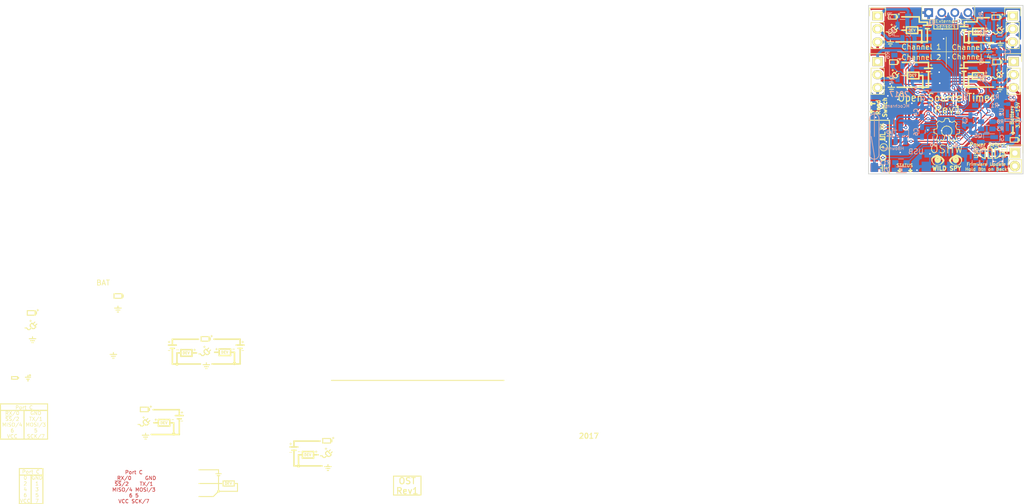
<source format=kicad_pcb>
(kicad_pcb (version 4) (host pcbnew 4.0.2+dfsg1-stable)
  (layers (0 F.Cu signal) (31 B.Cu signal) (34 B.Paste user hide) (35 F.Paste user hide) (36 B.SilkS user) (37 F.SilkS user) (38 B.Mask user) (39 F.Mask user) (44 Edge.Cuts user))
  (net 0 "")
  (net 1 VAA)
  (net 2 GND)
  (net 3 "Net-(CH1-Pad1)")
  (net 4 "Net-(CH1-Pad2)")
  (net 5 "Net-(CH2-Pad1)")
  (net 6 "Net-(CH2-Pad2)")
  (net 7 "Net-(CH3-Pad1)")
  (net 8 "Net-(CH3-Pad2)")
  (net 9 "Net-(Q2-Pad1)")
  (net 10 "Net-(Q3-Pad1)")
  (net 11 "Net-(Q4-Pad1)")
  (net 12 "Net-(Q5-Pad1)")
  (net 13 +5V)
  (net 14 /D-)
  (net 15 /D+)
  (net 16 "Net-(USB1-Pad4)")
  (net 17 "Net-(CH4-Pad1)")
  (net 18 "Net-(CH4-Pad2)")
  (net 19 /BAT+)
  (net 20 /PA09)
  (net 21 VCC)
  (net 22 /PA10)
  (net 23 /PA08)
  (net 24 "Net-(C2-Pad2)")
  (net 25 "Net-(C6-Pad2)")
  (net 26 "Net-(D1-Pad2)")
  (net 27 /PBus1_MRX)
  (net 28 /PBus1_MTX)
  (net 29 /~RTC_PEN)
  (net 30 /~BatMeasureEn)
  (net 31 "Net-(Q6-Pad3)")
  (net 32 /SDA)
  (net 33 /SCL)
  (net 34 /VBat/15)
  (net 35 /USBSENSE3.3)
  (net 36 /LED)
  (net 37 /NRESET)
  (net 38 /SWDCLK)
  (net 39 /SWDIO)
  (net 40 "Net-(U1-Pad3)")
  (net 41 /RTC_~INT)
  (net 42 /~RST)
  (net 43 "Net-(U1-Pad20)")
  (net 44 "Net-(U2-Pad3)")
  (net 45 /CH3_EN)
  (net 46 /CH1_EN)
  (net 47 /CH4_EN)
  (net 48 /CH2_EN)
  (net 49 "Net-(U5-Pad21)")
  (net 50 "Net-(U5-Pad27)")
  (net 51 "Net-(U5-Pad22)")
  (net 52 /BL_FW_UPDATE)
  (net 53 /REEDSW)
  (module MC_Footprint:VIA-0.3mm (layer F.Cu) (at 203.1746 118.5672)
    (fp_text reference REF** hide)
    (fp_text value VIA-0.3mm hide)
    (pad 1 thru_hole circle (at 0 0) (size 0.6 0.6) (drill 0.3) (layers *.Cu) (net 2 GND))
  )
  (module MC_Footprint:VIA-0.3mm (layer F.Cu) (at 204.7748 116.8146)
    (fp_text reference REF** hide)
    (fp_text value VIA-0.3mm hide)
    (pad 1 thru_hole circle (at 0 0) (size 0.6 0.6) (drill 0.3) (layers *.Cu) (net 2 GND))
  )
  (module MC_Footprint:VIA-0.3mm (layer F.Cu) (at 200.5076 118.4402)
    (fp_text reference REF** hide)
    (fp_text value VIA-0.3mm hide)
    (pad 1 thru_hole circle (at 0 0) (size 0.6 0.6) (drill 0.3) (layers *.Cu) (net 2 GND))
  )
  (module MC_Footprint:VIA-0.3mm (layer F.Cu) (at 198.3994 126.2634)
    (fp_text reference REF** hide)
    (fp_text value VIA-0.3mm hide)
    (pad 1 thru_hole circle (at 0 0) (size 0.6 0.6) (drill 0.3) (layers *.Cu) (net 2 GND))
  )
  (module MC_Footprint:VIA-0.3mm (layer F.Cu) (at 192.0748 125.349)
    (fp_text reference REF** hide)
    (fp_text value VIA-0.3mm hide)
    (pad 1 thru_hole circle (at 0 0) (size 0.6 0.6) (drill 0.3) (layers *.Cu) (net 2 GND))
  )
  (module MC_Footprint:VIA-0.3mm (layer F.Cu) (at 212.0138 100.6602)
    (fp_text reference REF** hide)
    (fp_text value VIA-0.3mm hide)
    (pad 1 thru_hole circle (at 0 0) (size 0.6 0.6) (drill 0.3) (layers *.Cu) (net 2 GND))
  )
  (module MC_Footprint:VIA-0.3mm (layer F.Cu) (at 207.9498 97.409)
    (fp_text reference REF** hide)
    (fp_text value VIA-0.3mm hide)
    (pad 1 thru_hole circle (at 0 0) (size 0.6 0.6) (drill 0.3) (layers *.Cu) (net 2 GND))
  )
  (module MC_Footprint:VIA-0.3mm (layer F.Cu) (at 192.7352 111.8108)
    (fp_text reference REF** hide)
    (fp_text value VIA-0.3mm hide)
    (pad 1 thru_hole circle (at 0 0) (size 0.6 0.6) (drill 0.3) (layers *.Cu) (net 2 GND))
  )
  (module MC_Footprint:VIA-0.3mm (layer F.Cu) (at 190.373 116.0018)
    (fp_text reference REF** hide)
    (fp_text value VIA-0.3mm hide)
    (pad 1 thru_hole circle (at 0 0) (size 0.6 0.6) (drill 0.3) (layers *.Cu) (net 2 GND))
  )
  (module MC_Footprint:VIA-0.3mm (layer F.Cu) (at 192.7098 116.2304)
    (fp_text reference REF** hide)
    (fp_text value VIA-0.3mm hide)
    (pad 1 thru_hole circle (at 0 0) (size 0.6 0.6) (drill 0.3) (layers *.Cu) (net 2 GND))
  )
  (module MC_Footprint:VIA-0.3mm (layer F.Cu) (at 192.4558 120.7262)
    (fp_text reference REF** hide)
    (fp_text value VIA-0.3mm hide)
    (pad 1 thru_hole circle (at 0 0) (size 0.6 0.6) (drill 0.3) (layers *.Cu) (net 2 GND))
  )
  (module MC_Footprint:VIA-0.3mm (layer F.Cu) (at 195.1482 122.8344)
    (fp_text reference REF** hide)
    (fp_text value VIA-0.3mm hide)
    (pad 1 thru_hole circle (at 0 0) (size 0.6 0.6) (drill 0.3) (layers *.Cu) (net 2 GND))
  )
  (module MC_Footprint:VIA-0.3mm (layer F.Cu) (at 197.4088 113.2586)
    (fp_text reference REF** hide)
    (fp_text value VIA-0.3mm hide)
    (pad 1 thru_hole circle (at 0 0) (size 0.6 0.6) (drill 0.3) (layers *.Cu) (net 2 GND))
  )
  (module MC_Footprint:VIA-0.3mm (layer F.Cu) (at 204.597 104.394)
    (fp_text reference REF** hide)
    (fp_text value VIA-0.3mm hide)
    (pad 1 thru_hole circle (at 0 0) (size 0.6 0.6) (drill 0.3) (layers *.Cu) (net 2 GND))
  )
  (module MC_Footprint:VIA-0.3mm (layer F.Cu) (at 202.7174 107.2134)
    (fp_text reference REF** hide)
    (fp_text value VIA-0.3mm hide)
    (pad 1 thru_hole circle (at 0 0) (size 0.6 0.6) (drill 0.3) (layers *.Cu) (net 2 GND))
  )
  (module MC_Footprint:VIA-0.3mm (layer F.Cu) (at 214.0966 111.2012)
    (fp_text reference REF** hide)
    (fp_text value VIA-0.3mm hide)
    (pad 1 thru_hole circle (at 0 0) (size 0.6 0.6) (drill 0.3) (layers *.Cu) (net 2 GND))
  )
  (module MC_Footprint:VIA-0.3mm (layer F.Cu) (at 214.2998 113.6396)
    (fp_text reference REF** hide)
    (fp_text value VIA-0.3mm hide)
    (pad 1 thru_hole circle (at 0 0) (size 0.6 0.6) (drill 0.3) (layers *.Cu) (net 2 GND))
  )
  (module MC_Footprint:VIA-0.3mm (layer F.Cu) (at 214.63 115.316)
    (fp_text reference REF** hide)
    (fp_text value VIA-0.3mm hide)
    (pad 1 thru_hole circle (at 0 0) (size 0.6 0.6) (drill 0.3) (layers *.Cu) (net 2 GND))
  )
  (module MC_Footprint:VIA-0.3mm (layer F.Cu) (at 213.2076 124.5362)
    (fp_text reference REF** hide)
    (fp_text value VIA-0.3mm hide)
    (pad 1 thru_hole circle (at 0 0) (size 0.6 0.6) (drill 0.3) (layers *.Cu) (net 2 GND))
  )
  (module MC_Footprint:VIA-0.3mm (layer F.Cu) (at 214.9856 124.5108)
    (fp_text reference REF** hide)
    (fp_text value VIA-0.3mm hide)
    (pad 1 thru_hole circle (at 0 0) (size 0.6 0.6) (drill 0.3) (layers *.Cu) (net 2 GND))
  )
  (module MC_Footprint:VIA-0.3mm (layer F.Cu) (at 200.787 114.046)
    (fp_text reference REF** hide)
    (fp_text value VIA-0.3mm hide)
    (pad 1 thru_hole circle (at 0 0) (size 0.6 0.6) (drill 0.3) (layers *.Cu) (net 2 GND))
  )
  (module OSTFootprints:SOT-23-HandSoldering (layer B.Cu) (at 195.199 119.253 90)
    (fp_text reference Q1 (at 0 -2.2352 90) (layer B.SilkS) (effects (font (size 0.8 0.8)) (justify mirror)))
    (fp_text value AO3415)
    (pad 1 smd rect (at -1.3 0.95 90) (size 1.5 0.8) (layers B.Cu B.Paste B.Mask) (net 29 /~RTC_PEN))
    (pad 2 smd rect (at -1.3 -0.95 90) (size 1.5 0.8) (layers B.Cu B.Paste B.Mask) (net 21 VCC))
    (pad 3 smd rect (at 1.3 0 90) (size 1.5 0.8) (layers B.Cu B.Paste B.Mask) (net 24 "Net-(C2-Pad2)"))
  )
  (module MC_Footprint:VIA-0.3mm (layer F.Cu) (at 193.167 109.474)
    (fp_text reference REF** hide)
    (fp_text value VIA-0.3mm hide)
    (pad 1 thru_hole circle (at 0 0) (size 0.6 0.6) (drill 0.3) (layers *.Cu) (net 2 GND))
  )
  (module MC_Footprint:VIA-0.3mm (layer F.Cu) (at 202.692 103.886)
    (fp_text reference REF** hide)
    (fp_text value VIA-0.3mm hide)
    (pad 1 thru_hole circle (at 0 0) (size 0.6 0.6) (drill 0.3) (layers *.Cu) (net 2 GND))
  )
  (module MC_Footprint:VIA-0.3mm (layer F.Cu) (at 203.327 98.806)
    (fp_text reference REF** hide)
    (fp_text value VIA-0.3mm hide)
    (pad 1 thru_hole circle (at 0 0) (size 0.6 0.6) (drill 0.3) (layers *.Cu) (net 2 GND))
  )
  (module MC_Footprint:VIA-0.3mm (layer F.Cu) (at 203.581 100.711)
    (fp_text reference REF** hide)
    (fp_text value VIA-0.3mm hide)
    (pad 1 thru_hole circle (at 0 0) (size 0.6 0.6) (drill 0.3) (layers *.Cu) (net 2 GND))
  )
  (module MC_Footprint:VIA-0.3mm (layer F.Cu) (at 206.756 107.2896)
    (fp_text reference REF** hide)
    (fp_text value VIA-0.3mm hide)
    (pad 1 thru_hole circle (at 0 0) (size 0.6 0.6) (drill 0.3) (layers *.Cu) (net 2 GND))
  )
  (module MC_Footprint:VIA-0.3mm (layer F.Cu) (at 211.074 95.504)
    (fp_text reference REF** hide)
    (fp_text value VIA-0.3mm hide)
    (pad 1 thru_hole circle (at 0 0) (size 0.6 0.6) (drill 0.3) (layers *.Cu) (net 2 GND))
  )
  (module MC_Footprint:VIA-0.3mm (layer F.Cu) (at 200.914 123.0884)
    (fp_text reference REF** hide)
    (fp_text value VIA-0.3mm hide)
    (pad 1 thru_hole circle (at 0 0) (size 0.6 0.6) (drill 0.3) (layers *.Cu) (net 2 GND))
  )
  (module MC_Footprint:VIA-0.3mm (layer F.Cu) (at 204.2668 113.3856)
    (fp_text reference REF** hide)
    (fp_text value VIA-0.3mm hide)
    (pad 1 thru_hole circle (at 0 0) (size 0.6 0.6) (drill 0.3) (layers *.Cu) (net 2 GND))
  )
  (module MC_Footprint:VIA-0.3mm (layer F.Cu) (at 202.819 109.347)
    (fp_text reference REF** hide)
    (fp_text value VIA-0.3mm hide)
    (pad 1 thru_hole circle (at 0 0) (size 0.6 0.6) (drill 0.3) (layers *.Cu) (net 2 GND))
  )
  (module Pin_Headers:Pin_Header_Straight_1x03 (layer F.Cu) (at 190.754 105.156)
    (fp_text reference CH2 hide)
    (fp_text value CONN_01X03)
    (pad 1 thru_hole rect (at 0 0) (size 2.032 1.7272) (drill 1.016) (layers *.Cu *.Mask F.SilkS) (net 5 "Net-(CH2-Pad1)"))
    (pad 2 thru_hole oval (at 0 2.54) (size 2.032 1.7272) (drill 1.016) (layers *.Cu *.Mask F.SilkS) (net 6 "Net-(CH2-Pad2)"))
    (pad 3 thru_hole oval (at 0 5.08) (size 2.032 1.7272) (drill 1.016) (layers *.Cu *.Mask F.SilkS) (net 2 GND))
  )
  (module Pin_Headers:Pin_Header_Straight_1x02 (layer F.Cu) (at 217.424 122.936)
    (fp_text reference Battery1 hide)
    (fp_text value CONN_01X02)
    (pad 1 thru_hole rect (at 0 0) (size 2.032 2.032) (drill 1.016) (layers *.Cu *.Mask F.SilkS) (net 19 /BAT+))
    (pad 2 thru_hole oval (at 0 2.54) (size 2.032 2.032) (drill 1.016) (layers *.Cu *.Mask F.SilkS) (net 2 GND))
  )
  (module Pin_Headers:Pin_Header_Straight_1x03 (layer F.Cu) (at 216.99 96.266)
    (fp_text reference CH3 hide)
    (fp_text value CONN_01X03)
    (pad 1 thru_hole rect (at 0 0) (size 2.032 1.7272) (drill 1.016) (layers *.Cu *.Mask F.SilkS) (net 7 "Net-(CH3-Pad1)"))
    (pad 2 thru_hole oval (at 0 2.54) (size 2.032 1.7272) (drill 1.016) (layers *.Cu *.Mask F.SilkS) (net 8 "Net-(CH3-Pad2)"))
    (pad 3 thru_hole oval (at 0 5.08) (size 2.032 1.7272) (drill 1.016) (layers *.Cu *.Mask F.SilkS) (net 2 GND))
  )
  (module WS_LOGO:WS_logo_6 (layer F.Cu) (at 204.181 124.2764)
    (fp_text reference G*** hide)
    (fp_text value LOGO hide)
  )
  (module Symbols:Symbol_OSHW-Logo_SilkScreen (layer F.Cu) (at 204.181 118.6884)
    (fp_text reference "" (at 0.09906 -4.38912) (layer F.SilkS))
    (fp_text value Symbol_OSHW-Logo_SilkScreen)
  )
  (module Pin_Headers:Pin_Header_Straight_1x03 (layer F.Cu) (at 217.17 105.156)
    (fp_text reference CH4 hide)
    (fp_text value CONN_01X03)
    (pad 1 thru_hole rect (at 0 0) (size 2.032 1.7272) (drill 1.016) (layers *.Cu *.Mask F.SilkS) (net 17 "Net-(CH4-Pad1)"))
    (pad 2 thru_hole oval (at 0 2.54) (size 2.032 1.7272) (drill 1.016) (layers *.Cu *.Mask F.SilkS) (net 18 "Net-(CH4-Pad2)"))
    (pad 3 thru_hole oval (at 0 5.08) (size 2.032 1.7272) (drill 1.016) (layers *.Cu *.Mask F.SilkS) (net 2 GND))
  )
  (module Pin_Headers:Pin_Header_Straight_1x03 (layer F.Cu) (at 190.754 96.266)
    (fp_text reference CH1 hide)
    (fp_text value CONN_01X03)
    (pad 1 thru_hole rect (at 0 0) (size 2.032 1.7272) (drill 1.016) (layers *.Cu *.Mask F.SilkS) (net 3 "Net-(CH1-Pad1)"))
    (pad 2 thru_hole oval (at 0 2.54) (size 2.032 1.7272) (drill 1.016) (layers *.Cu *.Mask F.SilkS) (net 4 "Net-(CH1-Pad2)"))
    (pad 3 thru_hole oval (at 0 5.08) (size 2.032 1.7272) (drill 1.016) (layers *.Cu *.Mask F.SilkS) (net 2 GND))
  )
  (module Resistors_SMD:R_0603_HandSoldering (layer B.Cu) (at 195.58 96.266 180)
    (fp_text reference R4 (at 2.4384 0 270) (layer B.SilkS) (effects (font (size 0.8 0.8)) (justify mirror)))
    (fp_text value 100k)
    (pad 1 smd rect (at -1.1 0 180) (size 1.2 0.9) (layers B.Cu B.Paste B.Mask) (net 3 "Net-(CH1-Pad1)"))
    (pad 2 smd rect (at 1.1 0 180) (size 1.2 0.9) (layers B.Cu B.Paste B.Mask) (net 9 "Net-(Q2-Pad1)"))
  )
  (module Resistors_SMD:R_0603_HandSoldering (layer B.Cu) (at 195.115 103.886 180)
    (fp_text reference R6 (at 2.4306 0 450) (layer B.SilkS) (effects (font (size 0.8 0.8)) (justify mirror)))
    (fp_text value 100k)
    (pad 1 smd rect (at -1.1 0 180) (size 1.2 0.9) (layers B.Cu B.Paste B.Mask) (net 5 "Net-(CH2-Pad1)"))
    (pad 2 smd rect (at 1.1 0 180) (size 1.2 0.9) (layers B.Cu B.Paste B.Mask) (net 11 "Net-(Q4-Pad1)"))
  )
  (module Resistors_SMD:R_0603_HandSoldering (layer B.Cu) (at 213.36 105.156 180)
    (fp_text reference R7 (at 2.3622 0 270) (layer B.SilkS) (effects (font (size 0.7 0.7)) (justify mirror)))
    (fp_text value 100k)
    (pad 1 smd rect (at -1.1 0 180) (size 1.2 0.9) (layers B.Cu B.Paste B.Mask) (net 17 "Net-(CH4-Pad1)"))
    (pad 2 smd rect (at 1.1 0 180) (size 1.2 0.9) (layers B.Cu B.Paste B.Mask) (net 12 "Net-(Q5-Pad1)"))
  )
  (module Resistors_SMD:R_0603_HandSoldering (layer B.Cu) (at 213.36 96.266 180)
    (fp_text reference R5 (at 2.4892 0 270) (layer B.SilkS) (effects (font (size 0.8 0.8)) (justify mirror)))
    (fp_text value 100k)
    (pad 1 smd rect (at -1.1 0 180) (size 1.2 0.9) (layers B.Cu B.Paste B.Mask) (net 7 "Net-(CH3-Pad1)"))
    (pad 2 smd rect (at 1.1 0 180) (size 1.2 0.9) (layers B.Cu B.Paste B.Mask) (net 10 "Net-(Q3-Pad1)"))
  )
  (module Capacitors_SMD:C_0603_HandSoldering (layer B.Cu) (at 213.36 103.251 180)
    (fp_text reference C1 (at -2.5654 0 360) (layer B.SilkS) (effects (font (size 0.8 0.8)) (justify mirror)))
    (fp_text value 0.1uF)
    (pad 1 smd rect (at -0.95 0 180) (size 1.2 0.75) (layers B.Cu B.Paste B.Mask) (net 2 GND))
    (pad 2 smd rect (at 0.95 0 180) (size 1.2 0.75) (layers B.Cu B.Paste B.Mask) (net 21 VCC))
  )
  (module Capacitors_SMD:C_0603_HandSoldering (layer B.Cu) (at 197.485 107.696 90)
    (fp_text reference C2 (at 2.5654 0 90) (layer B.SilkS) (effects (font (size 0.8 0.8)) (justify mirror)))
    (fp_text value 0.1uF)
    (pad 1 smd rect (at -0.95 0 90) (size 1.2 0.75) (layers B.Cu B.Paste B.Mask) (net 2 GND))
    (pad 2 smd rect (at 0.95 0 90) (size 1.2 0.75) (layers B.Cu B.Paste B.Mask) (net 24 "Net-(C2-Pad2)"))
  )
  (module Capacitors_SMD:C_0603_HandSoldering (layer B.Cu) (at 208.788 116.586 270)
    (fp_text reference C3 (at 0 1.1176 270) (layer B.SilkS) (effects (font (size 0.7 0.7)) (justify mirror)))
    (fp_text value 0.1uF)
    (pad 1 smd rect (at -0.95 0 270) (size 1.2 0.75) (layers B.Cu B.Paste B.Mask) (net 21 VCC))
    (pad 2 smd rect (at 0.95 0 270) (size 1.2 0.75) (layers B.Cu B.Paste B.Mask) (net 2 GND))
  )
  (module Capacitors_SMD:C_0603_HandSoldering (layer B.Cu) (at 199.39 115.001 270)
    (fp_text reference C4 (at 0.0102 1.1938 270) (layer B.SilkS) (effects (font (size 0.8 0.8)) (justify mirror)))
    (fp_text value 0.1uF)
    (pad 1 smd rect (at -0.95 0 270) (size 1.2 0.75) (layers B.Cu B.Paste B.Mask) (net 2 GND))
    (pad 2 smd rect (at 0.95 0 270) (size 1.2 0.75) (layers B.Cu B.Paste B.Mask) (net 21 VCC))
  )
  (module Capacitors_SMD:C_0805 (layer B.Cu) (at 216.940231 120.015 180)
    (fp_text reference C5 (at 2.030831 0 270) (layer B.SilkS) (effects (font (size 0.7 0.7)) (justify mirror)))
    (fp_text value CL10A105KB8NNNC)
    (pad 1 smd rect (at -1 0 180) (size 1 1.25) (layers B.Cu B.Paste B.Mask) (net 1 VAA))
    (pad 2 smd rect (at 1 0 180) (size 1 1.25) (layers B.Cu B.Paste B.Mask) (net 2 GND))
  )
  (module Capacitors_SMD:C_0603_HandSoldering (layer B.Cu) (at 199.39 118.806 90)
    (fp_text reference C6 (at -0.0152 -1.1938 90) (layer B.SilkS) (effects (font (size 0.8 0.8)) (justify mirror)))
    (fp_text value 1uF)
    (pad 1 smd rect (at -0.95 0 90) (size 1.2 0.75) (layers B.Cu B.Paste B.Mask) (net 2 GND))
    (pad 2 smd rect (at 0.95 0 90) (size 1.2 0.75) (layers B.Cu B.Paste B.Mask) (net 25 "Net-(C6-Pad2)"))
  )
  (module Capacitors_SMD:C_0603 (layer B.Cu) (at 216.916 113.411 180)
    (fp_text reference C8 (at 0 1.2192 180) (layer B.SilkS) (effects (font (size 0.8 0.8)) (justify mirror)))
    (fp_text value CL10B225KQ8NFNC)
    (pad 1 smd rect (at -0.75 0 180) (size 0.8 0.75) (layers B.Cu B.Paste B.Mask) (net 21 VCC))
    (pad 2 smd rect (at 0.75 0 180) (size 0.8 0.75) (layers B.Cu B.Paste B.Mask) (net 2 GND))
  )
  (module Resistors_SMD:R_0603_HandSoldering (layer B.Cu) (at 210.82 113.665)
    (fp_text reference R1 (at 2.667 0.0127) (layer B.SilkS) (effects (font (size 0.8 0.8)) (justify mirror)))
    (fp_text value 10k)
    (pad 1 smd rect (at -1.1 0) (size 1.2 0.9) (layers B.Cu B.Paste B.Mask) (net 24 "Net-(C2-Pad2)"))
    (pad 2 smd rect (at 1.1 0) (size 1.2 0.9) (layers B.Cu B.Paste B.Mask) (net 32 /SDA))
  )
  (module Resistors_SMD:R_0603_HandSoldering (layer B.Cu) (at 210.82 112.014)
    (fp_text reference R2 (at 2.794 0) (layer B.SilkS) (effects (font (size 0.8 0.8)) (justify mirror)))
    (fp_text value 10k)
    (pad 1 smd rect (at -1.1 0) (size 1.2 0.9) (layers B.Cu B.Paste B.Mask) (net 24 "Net-(C2-Pad2)"))
    (pad 2 smd rect (at 1.1 0) (size 1.2 0.9) (layers B.Cu B.Paste B.Mask) (net 33 /SCL))
  )
  (module Resistors_SMD:R_0603_HandSoldering (layer B.Cu) (at 211.963 118.237 180)
    (fp_text reference R3 (at -2.6162 0 180) (layer B.SilkS) (effects (font (size 0.7 0.7)) (justify mirror)))
    (fp_text value 150k)
    (pad 1 smd rect (at -1.1 0 180) (size 1.2 0.9) (layers B.Cu B.Paste B.Mask) (net 31 "Net-(Q6-Pad3)"))
    (pad 2 smd rect (at 1.1 0 180) (size 1.2 0.9) (layers B.Cu B.Paste B.Mask) (net 34 /VBat/15))
  )
  (module Resistors_SMD:R_0603_HandSoldering (layer B.Cu) (at 211.963 116.84)
    (fp_text reference R8 (at 2.6162 0) (layer B.SilkS) (effects (font (size 0.7 0.7)) (justify mirror)))
    (fp_text value 10k)
    (pad 1 smd rect (at -1.1 0) (size 1.2 0.9) (layers B.Cu B.Paste B.Mask) (net 34 /VBat/15))
    (pad 2 smd rect (at 1.1 0) (size 1.2 0.9) (layers B.Cu B.Paste B.Mask) (net 2 GND))
  )
  (module Resistors_SMD:R_0603_HandSoldering (layer B.Cu) (at 209.804 124.841 270)
    (fp_text reference R9 (at -2.667 0.0254 270) (layer B.SilkS) (effects (font (size 0.7 0.7)) (justify mirror)))
    (fp_text value 1k)
    (pad 1 smd rect (at -1.1 0 270) (size 1.2 0.9) (layers B.Cu B.Paste B.Mask) (net 13 +5V))
    (pad 2 smd rect (at 1.1 0 270) (size 1.2 0.9) (layers B.Cu B.Paste B.Mask) (net 35 /USBSENSE3.3))
  )
  (module Resistors_SMD:R_0603_HandSoldering (layer B.Cu) (at 211.328 124.841 270)
    (fp_text reference R10 (at -2.6416 0.4318 270) (layer B.SilkS) (effects (font (size 0.5 0.5) (thickness 0.1)) (justify mirror)))
    (fp_text value 2k)
    (pad 1 smd rect (at -1.1 0 270) (size 1.2 0.9) (layers B.Cu B.Paste B.Mask) (net 35 /USBSENSE3.3))
    (pad 2 smd rect (at 1.1 0 270) (size 1.2 0.9) (layers B.Cu B.Paste B.Mask) (net 2 GND))
  )
  (module Resistors_SMD:R_0603_HandSoldering (layer B.Cu) (at 195.29 124.77 180)
    (fp_text reference R11 (at 3.11 -0.01 360) (layer B.SilkS) (effects (font (size 0.8 0.8)) (justify mirror)))
    (fp_text value 1k)
    (pad 1 smd rect (at -1.1 0 180) (size 1.2 0.9) (layers B.Cu B.Paste B.Mask) (net 36 /LED))
    (pad 2 smd rect (at 1.1 0 180) (size 1.2 0.9) (layers B.Cu B.Paste B.Mask) (net 26 "Net-(D1-Pad2)"))
  )
  (module MC_Footprint:VIA-0.3mm (layer F.Cu) (at 194.691 112.522)
    (fp_text reference REF** hide)
    (fp_text value VIA-0.3mm hide)
    (pad 1 thru_hole circle (at 0 0) (size 0.6 0.6) (drill 0.3) (layers *.Cu) (net 2 GND))
  )
  (module OSTFootprints:SOT-23-HandSoldering (layer B.Cu) (at 195.58 99.441 270)
    (fp_text reference Q2 (at 0.0762 2.2098 270) (layer B.SilkS) (effects (font (size 0.8 0.8)) (justify mirror)))
    (fp_text value AO3415)
    (pad 1 smd rect (at -1.3 0.95 270) (size 1.5 0.8) (layers B.Cu B.Paste B.Mask) (net 9 "Net-(Q2-Pad1)"))
    (pad 2 smd rect (at -1.3 -0.95 270) (size 1.5 0.8) (layers B.Cu B.Paste B.Mask) (net 3 "Net-(CH1-Pad1)"))
    (pad 3 smd rect (at 1.3 0 270) (size 1.5 0.8) (layers B.Cu B.Paste B.Mask) (net 4 "Net-(CH1-Pad2)"))
  )
  (module OSTFootprints:SOT-23-HandSoldering (layer B.Cu) (at 194.63 107.091 270)
    (fp_text reference Q4 (at 1.621 1.1582 270) (layer B.SilkS) (effects (font (size 0.8 0.8)) (justify mirror)))
    (fp_text value AO3415)
    (pad 1 smd rect (at -1.3 0.95 270) (size 1.5 0.8) (layers B.Cu B.Paste B.Mask) (net 11 "Net-(Q4-Pad1)"))
    (pad 2 smd rect (at -1.3 -0.95 270) (size 1.5 0.8) (layers B.Cu B.Paste B.Mask) (net 5 "Net-(CH2-Pad1)"))
    (pad 3 smd rect (at 1.3 0 270) (size 1.5 0.8) (layers B.Cu B.Paste B.Mask) (net 6 "Net-(CH2-Pad2)"))
  )
  (module OSTFootprints:SOT-23-HandSoldering (layer B.Cu) (at 213.36 99.441 270)
    (fp_text reference Q3 (at 0.1016 2.1844 270) (layer B.SilkS) (effects (font (size 0.8 0.8)) (justify mirror)))
    (fp_text value AO3415)
    (pad 1 smd rect (at -1.3 0.95 270) (size 1.5 0.8) (layers B.Cu B.Paste B.Mask) (net 10 "Net-(Q3-Pad1)"))
    (pad 2 smd rect (at -1.3 -0.95 270) (size 1.5 0.8) (layers B.Cu B.Paste B.Mask) (net 7 "Net-(CH3-Pad1)"))
    (pad 3 smd rect (at 1.3 0 270) (size 1.5 0.8) (layers B.Cu B.Paste B.Mask) (net 8 "Net-(CH3-Pad2)"))
  )
  (module OSTFootprints:SOT-23-HandSoldering (layer B.Cu) (at 213.36 108.361 270)
    (fp_text reference Q5 (at -0.0046 2.1844 270) (layer B.SilkS) (effects (font (size 0.8 0.8)) (justify mirror)))
    (fp_text value AO3415)
    (pad 1 smd rect (at -1.3 0.95 270) (size 1.5 0.8) (layers B.Cu B.Paste B.Mask) (net 12 "Net-(Q5-Pad1)"))
    (pad 2 smd rect (at -1.3 -0.95 270) (size 1.5 0.8) (layers B.Cu B.Paste B.Mask) (net 17 "Net-(CH4-Pad1)"))
    (pad 3 smd rect (at 1.3 0 270) (size 1.5 0.8) (layers B.Cu B.Paste B.Mask) (net 18 "Net-(CH4-Pad2)"))
  )
  (module OSTFootprints:SOT-23-HandSoldering (layer B.Cu) (at 212.09 120.777 180)
    (fp_text reference Q6 (at 1.8034 1.2192 180) (layer B.SilkS) (effects (font (size 0.8 0.8)) (justify mirror)))
    (fp_text value AO3415)
    (pad 1 smd rect (at -1.3 0.95 180) (size 1.5 0.8) (layers B.Cu B.Paste B.Mask) (net 30 /~BatMeasureEn))
    (pad 2 smd rect (at -1.3 -0.95 180) (size 1.5 0.8) (layers B.Cu B.Paste B.Mask) (net 1 VAA))
    (pad 3 smd rect (at 1.3 0 180) (size 1.5 0.8) (layers B.Cu B.Paste B.Mask) (net 31 "Net-(Q6-Pad3)"))
  )
  (module OSTFootprints:KMT071NGJLHS_3x2.6mm_switch (layer B.Cu) (at 214.122 124.587 270)
    (fp_text reference SW1 hide)
    (fp_text value SW_PUSH)
    (pad 1 smd rect (at -1.475 0.95 270) (size 0.65 0.7) (layers B.Cu B.Paste B.Mask) (net 52 /BL_FW_UPDATE))
    (pad 2 smd rect (at -1.475 -0.95 270) (size 0.65 0.7) (layers B.Cu B.Paste B.Mask) (net 2 GND))
    (pad 2 smd rect (at 1.475 -0.95 270) (size 0.65 0.7) (layers B.Cu B.Paste B.Mask) (net 2 GND))
    (pad 1 smd rect (at 1.475 0.95 270) (size 0.65 0.7) (layers B.Cu B.Paste B.Mask) (net 52 /BL_FW_UPDATE))
  )
  (module OSTFootprints:ORD213S-1 (layer B.Cu) (at 190.119 119.73 270)
    (fp_text reference SW2 hide)
    (fp_text value ORD213)
    (pad 2 smd rect (at 6 0 270) (size 1.8 1.4) (layers B.Cu B.Paste B.Mask) (net 2 GND))
    (pad 1 smd rect (at -6 0 270) (size 1.8 1.4) (layers B.Cu B.Paste B.Mask) (net 53 /REEDSW))
  )
  (module OSTFootprints:SOIC-20_7.5x12.8mm_Pitch1.27mm (layer B.Cu) (at 204.47 104.521)
    (fp_text reference U1 (at -3.2004 -7.1374) (layer B.SilkS) (effects (font (size 0.8 0.8)) (justify mirror)))
    (fp_text value DS3232SN)
    (pad 1 smd rect (at -4.7 5.715) (size 1.95 0.6) (layers B.Cu B.Paste B.Mask) (net 2 GND))
    (pad 2 smd rect (at -4.7 4.445) (size 1.95 0.6) (layers B.Cu B.Paste B.Mask) (net 2 GND))
    (pad 3 smd rect (at -4.7 3.175) (size 1.95 0.6) (layers B.Cu B.Paste B.Mask) (net 40 "Net-(U1-Pad3)"))
    (pad 4 smd rect (at -4.7 1.905) (size 1.95 0.6) (layers B.Cu B.Paste B.Mask) (net 24 "Net-(C2-Pad2)"))
    (pad 5 smd rect (at -4.7 0.635) (size 1.95 0.6) (layers B.Cu B.Paste B.Mask) (net 41 /RTC_~INT))
    (pad 6 smd rect (at -4.7 -0.635) (size 1.95 0.6) (layers B.Cu B.Paste B.Mask) (net 42 /~RST))
    (pad 7 smd rect (at -4.7 -1.905) (size 1.95 0.6) (layers B.Cu B.Paste B.Mask) (net 2 GND))
    (pad 8 smd rect (at -4.7 -3.175) (size 1.95 0.6) (layers B.Cu B.Paste B.Mask) (net 2 GND))
    (pad 9 smd rect (at -4.7 -4.445) (size 1.95 0.6) (layers B.Cu B.Paste B.Mask) (net 2 GND))
    (pad 10 smd rect (at -4.7 -5.715) (size 1.95 0.6) (layers B.Cu B.Paste B.Mask) (net 2 GND))
    (pad 11 smd rect (at 4.7 -5.715) (size 1.95 0.6) (layers B.Cu B.Paste B.Mask) (net 2 GND))
    (pad 12 smd rect (at 4.7 -4.445) (size 1.95 0.6) (layers B.Cu B.Paste B.Mask) (net 2 GND))
    (pad 13 smd rect (at 4.7 -3.175) (size 1.95 0.6) (layers B.Cu B.Paste B.Mask) (net 2 GND))
    (pad 14 smd rect (at 4.7 -1.905) (size 1.95 0.6) (layers B.Cu B.Paste B.Mask) (net 2 GND))
    (pad 15 smd rect (at 4.7 -0.635) (size 1.95 0.6) (layers B.Cu B.Paste B.Mask) (net 2 GND))
    (pad 16 smd rect (at 4.7 0.635) (size 1.95 0.6) (layers B.Cu B.Paste B.Mask) (net 21 VCC))
    (pad 17 smd rect (at 4.7 1.905) (size 1.95 0.6) (layers B.Cu B.Paste B.Mask) (net 32 /SDA))
    (pad 18 smd rect (at 4.7 3.175) (size 1.95 0.6) (layers B.Cu B.Paste B.Mask) (net 33 /SCL))
    (pad 19 smd rect (at 4.7 4.445) (size 1.95 0.6) (layers B.Cu B.Paste B.Mask))
    (pad 20 smd rect (at 4.7 5.715) (size 1.95 0.6) (layers B.Cu B.Paste B.Mask) (net 43 "Net-(U1-Pad20)"))
  )
  (module OSTFootprints:SOT-23-5_HandSoldering (layer B.Cu) (at 216.916 116.536511 90)
    (fp_text reference U2 (at 1.550711 -2.0828 90) (layer B.SilkS) (effects (font (size 0.8 0.8)) (justify mirror)))
    (fp_text value TPS70933DBVR)
    (pad 1 smd rect (at -1.35 0.95 90) (size 1.56 0.65) (layers B.Cu B.Paste B.Mask) (net 1 VAA))
    (pad 2 smd rect (at -1.35 0 90) (size 1.56 0.65) (layers B.Cu B.Paste B.Mask) (net 2 GND))
    (pad 3 smd rect (at -1.35 -0.95 90) (size 1.56 0.65) (layers B.Cu B.Paste B.Mask) (net 44 "Net-(U2-Pad3)"))
    (pad 4 smd rect (at 1.25 -0.95 90) (size 1.56 0.65) (layers B.Cu B.Paste B.Mask))
    (pad 5 smd rect (at 1.35 0.95 90) (size 1.56 0.65) (layers B.Cu B.Paste B.Mask) (net 21 VCC))
  )
  (module OSTFootprints:QFN-32-1EP_5x5mm_Pitch0.5mm (layer B.Cu) (at 204.0625 117.6285 270)
    (fp_text reference U5 (at 3.6565 2.3865 360) (layer B.SilkS) (effects (font (size 0.8 0.8)) (justify mirror)))
    (fp_text value ATSAMD21E16B)
    (pad 1 smd rect (at -2.4 1.75 270) (size 0.7 0.25) (layers B.Cu B.Paste B.Mask) (net 46 /CH1_EN))
    (pad 2 smd rect (at -2.4 1.25 270) (size 0.7 0.25) (layers B.Cu B.Paste B.Mask) (net 48 /CH2_EN))
    (pad 3 smd rect (at -2.4 0.75 270) (size 0.7 0.25) (layers B.Cu B.Paste B.Mask) (net 45 /CH3_EN))
    (pad 4 smd rect (at -2.4 0.25 270) (size 0.7 0.25) (layers B.Cu B.Paste B.Mask) (net 47 /CH4_EN))
    (pad 5 smd rect (at -2.4 -0.25 270) (size 0.7 0.25) (layers B.Cu B.Paste B.Mask) (net 28 /PBus1_MTX))
    (pad 6 smd rect (at -2.4 -0.75 270) (size 0.7 0.25) (layers B.Cu B.Paste B.Mask) (net 27 /PBus1_MRX))
    (pad 7 smd rect (at -2.4 -1.25 270) (size 0.7 0.25) (layers B.Cu B.Paste B.Mask) (net 41 /RTC_~INT))
    (pad 8 smd rect (at -2.4 -1.75 270) (size 0.7 0.25) (layers B.Cu B.Paste B.Mask) (net 34 /VBat/15))
    (pad 9 smd rect (at -1.75 -2.4 180) (size 0.7 0.25) (layers B.Cu B.Paste B.Mask) (net 21 VCC))
    (pad 10 smd rect (at -1.25 -2.4 180) (size 0.7 0.25) (layers B.Cu B.Paste B.Mask) (net 2 GND))
    (pad 11 smd rect (at -0.75 -2.4 180) (size 0.7 0.25) (layers B.Cu B.Paste B.Mask) (net 23 /PA08))
    (pad 12 smd rect (at -0.25 -2.4 180) (size 0.7 0.25) (layers B.Cu B.Paste B.Mask) (net 20 /PA09))
    (pad 13 smd rect (at 0.25 -2.4 180) (size 0.7 0.25) (layers B.Cu B.Paste B.Mask) (net 22 /PA10))
    (pad 14 smd rect (at 0.75 -2.4 180) (size 0.7 0.25) (layers B.Cu B.Paste B.Mask) (net 30 /~BatMeasureEn))
    (pad 15 smd rect (at 1.25 -2.4 180) (size 0.7 0.25) (layers B.Cu B.Paste B.Mask) (net 52 /BL_FW_UPDATE))
    (pad 16 smd rect (at 1.75 -2.4 180) (size 0.7 0.25) (layers B.Cu B.Paste B.Mask) (net 35 /USBSENSE3.3))
    (pad 17 smd rect (at 2.4 -1.75 270) (size 0.7 0.25) (layers B.Cu B.Paste B.Mask) (net 32 /SDA))
    (pad 18 smd rect (at 2.4 -1.25 270) (size 0.7 0.25) (layers B.Cu B.Paste B.Mask) (net 33 /SCL))
    (pad 19 smd rect (at 2.4 -0.75 270) (size 0.7 0.25) (layers B.Cu B.Paste B.Mask) (net 53 /REEDSW))
    (pad 20 smd rect (at 2.4 -0.25 270) (size 0.7 0.25) (layers B.Cu B.Paste B.Mask) (net 29 /~RTC_PEN))
    (pad 21 smd rect (at 2.4 0.25 270) (size 0.7 0.25) (layers B.Cu B.Paste B.Mask) (net 49 "Net-(U5-Pad21)"))
    (pad 22 smd rect (at 2.4 0.75 270) (size 0.7 0.25) (layers B.Cu B.Paste B.Mask) (net 51 "Net-(U5-Pad22)"))
    (pad 23 smd rect (at 2.4 1.25 270) (size 0.7 0.25) (layers B.Cu B.Paste B.Mask) (net 14 /D-))
    (pad 24 smd rect (at 2.4 1.75 270) (size 0.7 0.25) (layers B.Cu B.Paste B.Mask) (net 15 /D+))
    (pad 25 smd rect (at 1.75 2.4 180) (size 0.7 0.25) (layers B.Cu B.Paste B.Mask) (net 36 /LED))
    (pad 26 smd rect (at 1.25 2.4 180) (size 0.7 0.25) (layers B.Cu B.Paste B.Mask) (net 37 /NRESET))
    (pad 27 smd rect (at 0.75 2.4 180) (size 0.7 0.25) (layers B.Cu B.Paste B.Mask) (net 50 "Net-(U5-Pad27)"))
    (pad 28 smd rect (at 0.25 2.4 180) (size 0.7 0.25) (layers B.Cu B.Paste B.Mask) (net 2 GND))
    (pad 29 smd rect (at -0.25 2.4 180) (size 0.7 0.25) (layers B.Cu B.Paste B.Mask) (net 25 "Net-(C6-Pad2)"))
    (pad 30 smd rect (at -0.75 2.4 180) (size 0.7 0.25) (layers B.Cu B.Paste B.Mask) (net 21 VCC))
    (pad 31 smd rect (at -1.25 2.4 180) (size 0.7 0.25) (layers B.Cu B.Paste B.Mask) (net 38 /SWDCLK))
    (pad 32 smd rect (at -1.75 2.4 180) (size 0.7 0.25) (layers B.Cu B.Paste B.Mask) (net 39 /SWDIO))
    (pad 33 smd rect (at 0.8625 -0.8625 270) (size 1.725 1.725) (layers B.Cu B.Paste B.Mask) (net 2 GND))
    (pad 33 smd rect (at 0.8625 0.8625 270) (size 1.725 1.725) (layers B.Cu B.Paste B.Mask) (net 2 GND))
    (pad 33 smd rect (at -0.8625 -0.8625 270) (size 1.725 1.725) (layers B.Cu B.Paste B.Mask) (net 2 GND))
    (pad 33 smd rect (at -0.8625 0.8625 270) (size 1.725 1.725) (layers B.Cu B.Paste B.Mask) (net 2 GND))
  )
  (module OSTFootprints:SWD_PROG_HEADER_L (layer F.Cu) (at 190.119 121.825 270)
    (fp_text reference SWD1 hide)
    (fp_text value CONN_01X05)
    (fp_text user Vcc (at -3.999308 -1.289342 270) (layer F.SilkS) (effects (font (size 0.5 0.5) (thickness 0.125))))
    (pad 4 smd rect (at 2 0 270) (size 1.5 1.5) (layers F.Cu F.Paste F.Mask) (net 37 /NRESET))
    (pad 3 smd rect (at 0 0 270) (size 1.5 1.5) (layers F.Cu F.Paste F.Mask) (net 38 /SWDCLK))
    (pad 2 smd rect (at -2 0 270) (size 1.5 1.5) (layers F.Cu F.Paste F.Mask) (net 39 /SWDIO))
    (pad 1 smd rect (at -4 0 270) (size 1.5 1.5) (layers F.Cu F.Paste F.Mask) (net 21 VCC))
    (pad 5 smd rect (at 4 0 270) (size 1.5 1.5) (layers F.Cu F.Paste F.Mask) (net 2 GND))
  )
  (module OSTFootprints:SOLDER-JUMPER_2-WAY (layer F.Cu) (at 212.598 122.936)
    (fp_text reference JP1)
    (fp_text value JUMPER3 hide)
    (pad 1 smd rect (at -1.35 0) (size 1 1) (layers F.Cu F.Paste F.Mask) (net 13 +5V))
    (pad 3 smd rect (at 1.35 0) (size 1 1) (layers F.Cu F.Paste F.Mask) (net 19 /BAT+))
    (pad 2 smd rect (at 0 0) (size 1 1) (layers F.Cu F.Paste F.Mask) (net 1 VAA))
  )
  (module OSTFootprints:Pin_Header_Straight_1x04_Pitch2.54mm (layer F.Cu) (at 200.6727 95.631 90)
    (fp_text reference PBus1 hide)
    (fp_text value CONN_01X04)
    (pad 1 thru_hole rect (at 0 0 90) (size 1.7 1.7) (drill 1) (layers *.Cu *.Mask) (net 2 GND))
    (pad 2 thru_hole oval (at 0 2.54 90) (size 1.7 1.7) (drill 1) (layers *.Cu *.Mask) (net 27 /PBus1_MRX))
    (pad 3 thru_hole oval (at 0 5.08 90) (size 1.7 1.7) (drill 1) (layers *.Cu *.Mask) (net 28 /PBus1_MTX))
    (pad 4 thru_hole oval (at 0 7.62 90) (size 1.7 1.7) (drill 1) (layers *.Cu *.Mask) (net 21 VCC))
  )
  (module "OSTFootprints:SC88(SOT363)" (layer B.Cu) (at 201.676 112.395 270)
    (fp_text reference U3 (at -0.3302 2.1209 270) (layer B.SilkS) (effects (font (size 0.7 0.7)) (justify mirror)))
    (fp_text value UM6K33N)
    (pad 5 smd rect (at 0 -0.9 90) (size 0.3 0.9) (layers B.Cu B.Paste B.Mask) (net 48 /CH2_EN))
    (pad 2 smd rect (at 0 0.9 90) (size 0.3 0.9) (layers B.Cu B.Paste B.Mask) (net 46 /CH1_EN))
    (pad 3 smd rect (at -0.65 0.9 90) (size 0.3 0.9) (layers B.Cu B.Paste B.Mask) (net 11 "Net-(Q4-Pad1)"))
    (pad 4 smd rect (at -0.65 -0.9 90) (size 0.3 0.9) (layers B.Cu B.Paste B.Mask) (net 2 GND))
    (pad 1 smd rect (at 0.65 0.9 90) (size 0.3 0.9) (layers B.Cu B.Paste B.Mask) (net 2 GND))
    (pad 6 smd rect (at 0.65 -0.9 90) (size 0.3 0.9) (layers B.Cu B.Paste B.Mask) (net 9 "Net-(Q2-Pad1)"))
  )
  (module "OSTFootprints:SC88(SOT363)" (layer B.Cu) (at 205.74 112.395 270)
    (fp_text reference U4 (at -0.381 -2.159 270) (layer B.SilkS) (effects (font (size 0.7 0.7)) (justify mirror)))
    (fp_text value UM6K33N)
    (pad 5 smd rect (at 0 -0.9 90) (size 0.3 0.9) (layers B.Cu B.Paste B.Mask) (net 47 /CH4_EN))
    (pad 2 smd rect (at 0 0.9 90) (size 0.3 0.9) (layers B.Cu B.Paste B.Mask) (net 45 /CH3_EN))
    (pad 3 smd rect (at -0.65 0.9 90) (size 0.3 0.9) (layers B.Cu B.Paste B.Mask) (net 12 "Net-(Q5-Pad1)"))
    (pad 4 smd rect (at -0.65 -0.9 90) (size 0.3 0.9) (layers B.Cu B.Paste B.Mask) (net 2 GND))
    (pad 1 smd rect (at 0.65 0.9 90) (size 0.3 0.9) (layers B.Cu B.Paste B.Mask) (net 2 GND))
    (pad 6 smd rect (at 0.65 -0.9 90) (size 0.3 0.9) (layers B.Cu B.Paste B.Mask) (net 10 "Net-(Q3-Pad1)"))
  )
  (module OSTFootprints:LED_0603 (layer B.Cu) (at 195.24 126.19 180)
    (fp_text reference D1 (at 2.77 0.02 180) (layer B.SilkS) (effects (font (size 0.8 0.8)) (justify mirror)))
    (fp_text value LED)
    (pad 2 smd rect (at 1.04902 0) (size 1.397 0.79756) (layers B.Cu B.Paste B.Mask) (net 26 "Net-(D1-Pad2)"))
    (pad 1 smd rect (at -1.04902 0) (size 1.397 0.79756) (layers B.Cu B.Paste B.Mask) (net 2 GND))
  )
  (module OSTFootprints:micro_USB (layer B.Cu) (at 204.0001 125.5649 180)
    (fp_text reference USB1 hide)
    (fp_text value micro_USB)
    (pad 6 smd rect (at -1.2 0 180) (size 1.9 1.9) (layers B.Cu B.Paste B.Mask) (net 2 GND))
    (pad 6 smd rect (at 1.2 0 180) (size 1.9 1.9) (layers B.Cu B.Paste B.Mask) (net 2 GND))
    (pad 6 smd rect (at -3.8 0 180) (size 1.8 1.9) (layers B.Cu B.Paste B.Mask) (net 2 GND))
    (pad 6 smd rect (at 3.8 0 180) (size 1.8 1.9) (layers B.Cu B.Paste B.Mask) (net 2 GND))
    (pad 5 smd rect (at 1.3 2.675 180) (size 0.4 1.35) (layers B.Cu B.Paste B.Mask) (net 2 GND))
    (pad 1 smd rect (at -1.3 2.675 180) (size 0.4 1.35) (layers B.Cu B.Paste B.Mask) (net 13 +5V))
    (pad 4 smd rect (at 0.65 2.675 180) (size 0.4 1.35) (layers B.Cu B.Paste B.Mask) (net 16 "Net-(USB1-Pad4)"))
    (pad 2 smd rect (at -0.65 2.675 180) (size 0.4 1.35) (layers B.Cu B.Paste B.Mask) (net 14 /D-))
    (pad 3 smd rect (at 0 2.675 180) (size 0.4 1.35) (layers B.Cu B.Paste B.Mask) (net 15 /D+))
    (pad 6 smd rect (at 3.1 2.55 180) (size 2.1 1.6) (layers B.Cu B.Paste B.Mask) (net 2 GND))
    (pad 6 smd rect (at -3.1 2.55 180) (size 2.1 1.6) (layers B.Cu B.Paste B.Mask) (net 2 GND))
  )
  (gr_text "Port C\n  RX/0     GND\n~SS~/2    TX/1\nMISO/4 MOSI/3\n6 5\nVCC SCK/7\n" (at 46.244 187.85) (layer F.Cu) (effects (font (size 0.7 0.7) (thickness 0.1))))
  (gr_line (start 26.053 166.035) (end 26.053 166.289) (layer F.SilkS) (width 0.2))
  (gr_line (start 25.672 166.543) (end 25.672 166.162) (layer F.SilkS) (width 0.2))
  (gr_line (start 25.672 167.305) (end 25.672 166.924) (layer F.SilkS) (width 0.2))
  (gr_line (start 25.164 166.543) (end 26.18 166.543) (layer F.SilkS) (width 0.2))
  (gr_line (start 25.418 166.924) (end 25.926 166.924) (layer F.SilkS) (width 0.2))
  (gr_line (start 25.926 166.162) (end 26.18 166.162) (layer F.SilkS) (width 0.2))
  (gr_line (start 29.48 178.579) (end 20.336 178.579) (layer F.SilkS) (width 0.2))
  (gr_line (start 20.336 178.579) (end 20.336 171.721) (layer F.SilkS) (width 0.2))
  (gr_line (start 20.336 172.991) (end 29.48 172.991) (layer F.SilkS) (width 0.2))
  (gr_line (start 29.48 171.721) (end 29.48 178.579) (layer F.SilkS) (width 0.2))
  (gr_text "RX/0\n~SS~/2\nMISO/4\n6\nVCC" (at 22.622 175.785) (layer F.SilkS) (effects (font (size 0.7 0.7) (thickness 0.1))))
  (gr_line (start 20.336 171.721) (end 29.48 171.721) (layer F.SilkS) (width 0.2))
  (gr_line (start 28.572 184.297) (end 28.572 191.155) (layer F.SilkS) (width 0.2))
  (gr_line (start 26.286 185.567) (end 26.286 191.155) (layer F.SilkS) (width 0.2))
  (gr_text "GND\n1\n3\n5\n7" (at 27.429 188.361) (layer F.SilkS) (effects (font (size 0.7 0.7) (thickness 0.1))))
  (gr_text "0\n2\n4\n6\nVCC" (at 25.143 188.361) (layer F.SilkS) (effects (font (size 0.7 0.7) (thickness 0.1))))
  (gr_line (start 23.64 166.924) (end 23.64 166.416) (layer F.SilkS) (width 0.2))
  (gr_line (start 23.64 166.416) (end 22.497 166.416) (layer F.SilkS) (width 0.2))
  (gr_line (start 22.497 166.924) (end 23.64 166.924) (layer F.SilkS) (width 0.2))
  (gr_line (start 23.767 166.67) (end 23.767 166.67) (layer F.SilkS) (width 0.4))
  (gr_line (start 22.497 166.416) (end 22.497 166.924) (layer F.SilkS) (width 0.2))
  (gr_text "Port C\n\n" (at 26.686 172.991) (layer F.SilkS) (effects (font (size 0.7 0.7) (thickness 0.1)) (justify right)))
  (gr_line (start 29.226 172.991) (end 24.908 172.991) (layer F.SilkS) (width 0.2))
  (gr_text "GND\nTX/1\nMOSI/3\n5\nSCK/7" (at 27.194 175.785) (layer F.SilkS) (effects (font (size 0.7 0.7) (thickness 0.1))))
  (gr_line (start 24.908 172.991) (end 24.908 178.579) (layer F.SilkS) (width 0.2))
  (gr_line (start 24 184.297) (end 28.572 184.297) (layer F.SilkS) (width 0.2))
  (gr_line (start 28.572 185.567) (end 24 185.567) (layer F.SilkS) (width 0.2))
  (gr_text "Port C\n\n" (at 28.0005 185.5035) (layer F.SilkS) (effects (font (size 0.7 0.7) (thickness 0.1)) (justify right)))
  (gr_line (start 24 191.155) (end 24 184.297) (layer F.SilkS) (width 0.2))
  (gr_line (start 28.572 191.155) (end 24 191.155) (layer F.SilkS) (width 0.2))
  (gr_text BAT (at 40.2766 148.1663) (layer F.SilkS) (effects (font (size 1 1))))
  (gr_line (start 43.9146 151.1853) (end 43.9146 150.2963) (layer F.SilkS) (width 0.2))
  (gr_line (start 42.3906 151.1853) (end 43.9146 151.1853) (layer F.SilkS) (width 0.2))
  (gr_line (start 42.3906 150.2963) (end 42.3906 151.1853) (layer F.SilkS) (width 0.2))
  (gr_line (start 43.9146 150.2963) (end 42.3906 150.2963) (layer F.SilkS) (width 0.2))
  (gr_line (start 44.1686 150.5503) (end 44.1686 150.9313) (layer F.SilkS) (width 0.2))
  (gr_line (start 44.1686 150.9313) (end 43.9146 150.9313) (layer F.SilkS) (width 0.2))
  (gr_line (start 43.9146 150.5503) (end 44.1686 150.5503) (layer F.SilkS) (width 0.2))
  (gr_line (start 43.0256 153.8523) (end 43.2796 153.8523) (layer F.SilkS) (width 0.2))
  (gr_line (start 42.7716 153.4713) (end 43.5336 153.4713) (layer F.SilkS) (width 0.2))
  (gr_line (start 42.5176 153.0903) (end 43.7876 153.0903) (layer F.SilkS) (width 0.2))
  (gr_line (start 41.8826 162.4883) (end 42.6446 162.4883) (layer F.SilkS) (width 0.2))
  (gr_line (start 41.6286 162.1073) (end 42.8986 162.1073) (layer F.SilkS) (width 0.2))
  (gr_line (start 43.1526 153.0903) (end 43.1526 152.7093) (layer F.SilkS) (width 0.2))
  (gr_line (start 42.1366 162.8693) (end 42.3906 162.8693) (layer F.SilkS) (width 0.2))
  (gr_line (start 42.2636 162.1073) (end 42.2636 161.7263) (layer F.SilkS) (width 0.2))
  (gr_line (start 26.1165 156.637) (end 26.561 157.0815) (layer F.SilkS) (width 0.2))
  (gr_line (start 26.3705 156.891) (end 25.9895 157.272) (layer F.SilkS) (width 0.2))
  (gr_line (start 25.672 157.272) (end 25.418 156.9545) (layer F.SilkS) (width 0.2))
  (gr_line (start 25.9895 157.272) (end 25.672 157.272) (layer F.SilkS) (width 0.2))
  (gr_line (start 25.418 156.9545) (end 25.1005 156.9545) (layer F.SilkS) (width 0.2))
  (gr_line (start 27.069 153.843) (end 27.323 153.843) (layer F.SilkS) (width 0.2))
  (gr_text + (at 27.577 153.462) (layer F.SilkS) (effects (font (size 0.5 0.5) (thickness 0.125))))
  (gr_line (start 27.323 153.843) (end 27.323 154.224) (layer F.SilkS) (width 0.2))
  (gr_line (start 25.545 153.589) (end 25.545 154.478) (layer F.SilkS) (width 0.2))
  (gr_line (start 25.545 154.478) (end 27.069 154.478) (layer F.SilkS) (width 0.2))
  (gr_line (start 27.069 154.478) (end 27.069 153.589) (layer F.SilkS) (width 0.2))
  (gr_line (start 27.323 154.224) (end 27.069 154.224) (layer F.SilkS) (width 0.2))
  (gr_line (start 27.069 153.589) (end 25.545 153.589) (layer F.SilkS) (width 0.2))
  (gr_line (start 26.434 156.002) (end 27.069 156.637) (layer F.SilkS) (width 0.2))
  (gr_line (start 27.0055 156.5735) (end 27.3865 156.1925) (layer F.SilkS) (width 0.2))
  (gr_line (start 26.6245 156.1925) (end 27.0055 155.8115) (layer F.SilkS) (width 0.2))
  (gr_line (start 26.434 156.002) (end 26.1165 156.3195) (layer F.SilkS) (width 0.2))
  (gr_text + (at 26.18 155.5575) (layer F.SilkS) (effects (font (size 0.5 0.5) (thickness 0.125))))
  (gr_line (start 26.1165 156.637) (end 26.1165 156.3195) (layer F.SilkS) (width 0.2))
  (gr_line (start 27.069 156.637) (end 27.196 156.764) (layer F.SilkS) (width 0.2))
  (gr_line (start 27.196 156.764) (end 26.8785 157.0815) (layer F.SilkS) (width 0.2))
  (gr_line (start 26.434 159.812) (end 26.688 159.812) (layer F.SilkS) (width 0.2))
  (gr_line (start 26.18 159.431) (end 26.942 159.431) (layer F.SilkS) (width 0.2))
  (gr_line (start 26.8785 157.0815) (end 26.561 157.0815) (layer F.SilkS) (width 0.2))
  (gr_line (start 25.926 159.05) (end 27.196 159.05) (layer F.SilkS) (width 0.2))
  (gr_line (start 26.561 159.05) (end 26.561 158.669) (layer F.SilkS) (width 0.2))
  (gr_line (start 49.029679 175.404685) (end 49.156679 175.531685) (layer F.SilkS) (width 0.2))
  (gr_line (start 48.966179 175.341185) (end 49.347179 174.960185) (layer F.SilkS) (width 0.2))
  (gr_line (start 48.585179 174.960185) (end 48.966179 174.579185) (layer F.SilkS) (width 0.2))
  (gr_line (start 48.394679 174.769685) (end 49.029679 175.404685) (layer F.SilkS) (width 0.2))
  (gr_line (start 49.156679 175.531685) (end 48.839179 175.849185) (layer F.SilkS) (width 0.2))
  (gr_line (start 48.077179 175.404685) (end 48.521679 175.849185) (layer F.SilkS) (width 0.2))
  (gr_line (start 48.077179 175.404685) (end 48.077179 175.087185) (layer F.SilkS) (width 0.2))
  (gr_text + (at 48.140679 174.325185) (layer F.SilkS) (effects (font (size 0.5 0.5) (thickness 0.125))))
  (gr_line (start 48.394679 174.769685) (end 48.077179 175.087185) (layer F.SilkS) (width 0.2))
  (gr_line (start 47.378679 175.722185) (end 47.061179 175.722185) (layer F.SilkS) (width 0.2))
  (gr_line (start 47.632679 176.039685) (end 47.378679 175.722185) (layer F.SilkS) (width 0.2))
  (gr_line (start 48.331179 175.658685) (end 47.950179 176.039685) (layer F.SilkS) (width 0.2))
  (gr_line (start 47.950179 176.039685) (end 47.632679 176.039685) (layer F.SilkS) (width 0.2))
  (gr_line (start 47.505679 173.245685) (end 49.029679 173.245685) (layer F.SilkS) (width 0.2))
  (gr_line (start 49.029679 173.245685) (end 49.029679 172.356685) (layer F.SilkS) (width 0.2))
  (gr_line (start 47.505679 172.356685) (end 47.505679 173.245685) (layer F.SilkS) (width 0.2))
  (gr_line (start 49.283679 172.610685) (end 49.283679 172.991685) (layer F.SilkS) (width 0.2))
  (gr_line (start 49.029679 172.610685) (end 49.283679 172.610685) (layer F.SilkS) (width 0.2))
  (gr_line (start 49.029679 172.356685) (end 47.505679 172.356685) (layer F.SilkS) (width 0.2))
  (gr_text + (at 49.537679 172.229685) (layer F.SilkS) (effects (font (size 0.5 0.5) (thickness 0.125))))
  (gr_line (start 49.283679 172.991685) (end 49.029679 172.991685) (layer F.SilkS) (width 0.2))
  (gr_line (start 48.839179 175.849185) (end 48.521679 175.849185) (layer F.SilkS) (width 0.2))
  (gr_line (start 47.886679 177.817685) (end 49.156679 177.817685) (layer F.SilkS) (width 0.2))
  (gr_line (start 48.140679 178.198685) (end 48.902679 178.198685) (layer F.SilkS) (width 0.2))
  (gr_line (start 48.394679 178.579685) (end 48.648679 178.579685) (layer F.SilkS) (width 0.2))
  (gr_line (start 48.521679 177.817685) (end 48.521679 177.436685) (layer F.SilkS) (width 0.2))
  (gr_line (start 49.615 177.681) (end 55.076 177.681) (layer F.SilkS) (width 0.3))
  (gr_line (start 55.076 172.855) (end 49.996 172.855) (layer F.SilkS) (width 0.3))
  (gr_line (start 53.220679 176.039685) (end 53.220679 174.769685) (layer F.SilkS) (width 0.3))
  (gr_line (start 53.220679 174.769685) (end 51.012 174.76) (layer F.SilkS) (width 0.3))
  (gr_line (start 51.012 176.03) (end 53.220679 176.039685) (layer F.SilkS) (width 0.3))
  (gr_line (start 53.982679 175.404685) (end 53.220679 175.404685) (layer F.SilkS) (width 0.3))
  (gr_text + (at 67.395 159.647) (layer F.SilkS) (effects (font (size 0.5 0.5) (thickness 0.125))))
  (gr_text - (at 67.395 161.307685) (layer F.SilkS) (effects (font (size 0.5 0.5) (thickness 0.125))))
  (gr_line (start 66.125 160.282) (end 67.649 160.282) (layer F.SilkS) (width 0.3))
  (gr_line (start 66.887 159.139) (end 66.887 160.282) (layer F.SilkS) (width 0.3))
  (gr_line (start 66.506 160.917) (end 67.268 160.917) (layer F.SilkS) (width 0.3))
  (gr_line (start 65.793679 161.688685) (end 65.031679 161.688685) (layer F.SilkS) (width 0.3))
  (gr_line (start 66.887 160.917) (end 66.887 163.965) (layer F.SilkS) (width 0.3))
  (gr_line (start 65.031679 162.323685) (end 65.031679 161.053685) (layer F.SilkS) (width 0.3))
  (gr_line (start 65.793679 161.688685) (end 65.793679 163.847685) (layer F.SilkS) (width 0.3))
  (gr_circle (center 65.793679 163.847685) (end 65.920679 163.974685) (layer F.SilkS) (width 0.3))
  (gr_line (start 60.840679 158.894685) (end 61.094679 158.894685) (layer F.SilkS) (width 0.2))
  (gr_line (start 61.094679 159.275685) (end 60.840679 159.275685) (layer F.SilkS) (width 0.2))
  (gr_text + (at 61.348679 158.513685) (layer F.SilkS) (effects (font (size 0.5 0.5) (thickness 0.125))))
  (gr_line (start 61.094679 158.894685) (end 61.094679 159.275685) (layer F.SilkS) (width 0.2))
  (gr_line (start 60.840679 159.529685) (end 60.840679 158.640685) (layer F.SilkS) (width 0.2))
  (gr_text - (at 65.617 161.044) (layer F.SilkS) (effects (font (size 0.5 0.5) (thickness 0.125))))
  (gr_line (start 65.031679 161.053685) (end 62.823 161.044) (layer F.SilkS) (width 0.3))
  (gr_line (start 61.426 163.965) (end 66.887 163.965) (layer F.SilkS) (width 0.3))
  (gr_text + (at 62.315 161.044) (layer F.SilkS) (effects (font (size 0.5 0.5) (thickness 0.125))))
  (gr_line (start 66.887 159.139) (end 61.807 159.139) (layer F.SilkS) (width 0.3))
  (gr_line (start 62.823 162.314) (end 65.031679 162.323685) (layer F.SilkS) (width 0.3))
  (gr_line (start 60.840679 161.688685) (end 60.967679 161.815685) (layer F.SilkS) (width 0.2))
  (gr_text DEV (at 63.888679 161.688685) (layer F.SilkS) (effects (font (size 0.5 0.5) (thickness 0.125))))
  (gr_line (start 61.934 161.679) (end 62.823 161.679) (layer F.SilkS) (width 0.3))
  (gr_line (start 62.823 161.053685) (end 62.823 162.323685) (layer F.SilkS) (width 0.3))
  (gr_line (start 60.777179 161.625185) (end 61.158179 161.244185) (layer F.SilkS) (width 0.2))
  (gr_line (start 58.808679 159.148685) (end 53.728679 159.148685) (layer F.SilkS) (width 0.3))
  (gr_line (start 55.379679 161.815685) (end 54.617679 161.815685) (layer F.SilkS) (width 0.3))
  (gr_text + (at 58.046679 161.180685) (layer F.SilkS) (effects (font (size 0.5 0.5) (thickness 0.125))))
  (gr_line (start 57.538679 161.815685) (end 58.427679 161.815685) (layer F.SilkS) (width 0.3))
  (gr_line (start 59.888179 161.688685) (end 59.888179 161.371185) (layer F.SilkS) (width 0.2))
  (gr_line (start 59.888179 161.688685) (end 60.332679 162.133185) (layer F.SilkS) (width 0.2))
  (gr_line (start 60.650179 162.133185) (end 60.332679 162.133185) (layer F.SilkS) (width 0.2))
  (gr_line (start 60.205679 161.053685) (end 60.840679 161.688685) (layer F.SilkS) (width 0.2))
  (gr_line (start 60.205679 161.053685) (end 59.888179 161.371185) (layer F.SilkS) (width 0.2))
  (gr_line (start 60.396179 161.244185) (end 60.777179 160.863185) (layer F.SilkS) (width 0.2))
  (gr_line (start 57.538679 162.450685) (end 57.538679 161.180685) (layer F.SilkS) (width 0.3))
  (gr_text DEV (at 56.395679 161.815685) (layer F.SilkS) (effects (font (size 0.5 0.5) (thickness 0.125))))
  (gr_line (start 55.379679 161.180685) (end 55.379679 162.450685) (layer F.SilkS) (width 0.3))
  (gr_line (start 57.538679 161.180685) (end 55.379679 161.180685) (layer F.SilkS) (width 0.3))
  (gr_text + (at 59.951679 160.609185) (layer F.SilkS) (effects (font (size 0.5 0.5) (thickness 0.125))))
  (gr_line (start 59.316679 159.529685) (end 60.840679 159.529685) (layer F.SilkS) (width 0.2))
  (gr_line (start 59.316679 158.640685) (end 59.316679 159.529685) (layer F.SilkS) (width 0.2))
  (gr_line (start 60.840679 158.640685) (end 59.316679 158.640685) (layer F.SilkS) (width 0.2))
  (gr_line (start 59.189679 162.006185) (end 58.872179 162.006185) (layer F.SilkS) (width 0.2))
  (gr_line (start 53.728679 163.974685) (end 59.189679 163.974685) (layer F.SilkS) (width 0.3))
  (gr_line (start 53.728679 160.926685) (end 53.728679 163.974685) (layer F.SilkS) (width 0.3))
  (gr_line (start 55.379679 162.450685) (end 57.538679 162.450685) (layer F.SilkS) (width 0.3))
  (gr_circle (center 54.617679 163.974685) (end 54.744679 164.101685) (layer F.SilkS) (width 0.3))
  (gr_line (start 54.617679 161.815685) (end 54.617679 163.974685) (layer F.SilkS) (width 0.3))
  (gr_line (start 59.951679 164.482685) (end 60.713679 164.482685) (layer F.SilkS) (width 0.2))
  (gr_line (start 60.332679 164.101685) (end 60.332679 163.720685) (layer F.SilkS) (width 0.2))
  (gr_line (start 60.205679 164.863685) (end 60.459679 164.863685) (layer F.SilkS) (width 0.2))
  (gr_line (start 59.697679 164.101685) (end 60.967679 164.101685) (layer F.SilkS) (width 0.2))
  (gr_line (start 59.443679 162.323685) (end 59.189679 162.006185) (layer F.SilkS) (width 0.2))
  (gr_line (start 60.142179 161.942685) (end 59.761179 162.323685) (layer F.SilkS) (width 0.2))
  (gr_line (start 60.967679 161.815685) (end 60.650179 162.133185) (layer F.SilkS) (width 0.2))
  (gr_line (start 59.761179 162.323685) (end 59.443679 162.323685) (layer F.SilkS) (width 0.2))
  (gr_text - (at 54.744679 161.180685) (layer F.SilkS) (effects (font (size 0.5 0.5) (thickness 0.125))))
  (gr_line (start 53.728679 159.148685) (end 53.728679 160.291685) (layer F.SilkS) (width 0.3))
  (gr_text + (at 53.093679 159.656685) (layer F.SilkS) (effects (font (size 0.5 0.5) (thickness 0.125))))
  (gr_line (start 52.966679 160.291685) (end 54.490679 160.291685) (layer F.SilkS) (width 0.3))
  (gr_text - (at 53.093679 161.307685) (layer F.SilkS) (effects (font (size 0.5 0.5) (thickness 0.125))))
  (gr_line (start 53.347679 160.926685) (end 54.109679 160.926685) (layer F.SilkS) (width 0.3))
  (gr_text - (at 55.584 175.023685) (layer F.SilkS) (effects (font (size 0.5 0.5) (thickness 0.125))))
  (gr_line (start 55.076 174.633) (end 55.076 177.681) (layer F.SilkS) (width 0.3))
  (gr_line (start 53.982679 175.404685) (end 53.982679 177.563685) (layer F.SilkS) (width 0.3))
  (gr_circle (center 53.982679 177.563685) (end 54.109679 177.690685) (layer F.SilkS) (width 0.3))
  (gr_text - (at 53.806 174.76) (layer F.SilkS) (effects (font (size 0.5 0.5) (thickness 0.125))))
  (gr_line (start 55.076 172.855) (end 55.076 173.998) (layer F.SilkS) (width 0.3))
  (gr_text + (at 55.584 173.363) (layer F.SilkS) (effects (font (size 0.5 0.5) (thickness 0.125))))
  (gr_line (start 54.314 173.998) (end 55.838 173.998) (layer F.SilkS) (width 0.3))
  (gr_line (start 54.695 174.633) (end 55.457 174.633) (layer F.SilkS) (width 0.3))
  (gr_text + (at 50.504 174.76) (layer F.SilkS) (effects (font (size 0.5 0.5) (thickness 0.125))))
  (gr_line (start 51.012 174.769685) (end 51.012 176.039685) (layer F.SilkS) (width 0.3))
  (gr_line (start 50.123 175.395) (end 51.012 175.395) (layer F.SilkS) (width 0.3))
  (gr_text DEV (at 52.077679 175.404685) (layer F.SilkS) (effects (font (size 0.5 0.5) (thickness 0.125))))
  (gr_line (start 58.886 187.206) (end 63.585 187.206) (layer F.SilkS) (width 0.2))
  (gr_line (start 62.696 188.73) (end 61.68 189.746) (layer F.SilkS) (width 0.2))
  (gr_line (start 61.68 189.746) (end 58.886 189.746) (layer F.SilkS) (width 0.2))
  (gr_line (start 62.696 185.682) (end 62.696 188.73) (layer F.SilkS) (width 0.2))
  (gr_circle (center 62.696 188.73) (end 62.823 188.857) (layer F.SilkS) (width 0.2))
  (gr_line (start 66.379 188.73) (end 62.696 188.73) (layer F.SilkS) (width 0.2))
  (gr_line (start 66.379 187.206) (end 66.379 188.73) (layer F.SilkS) (width 0.2))
  (gr_line (start 65.744 186.698) (end 63.585 186.698) (layer F.SilkS) (width 0.2))
  (gr_line (start 63.585 187.714) (end 65.744 187.714) (layer F.SilkS) (width 0.2))
  (gr_line (start 63.585 186.698) (end 63.585 187.714) (layer F.SilkS) (width 0.2))
  (gr_line (start 65.744 187.714) (end 65.744 186.698) (layer F.SilkS) (width 0.2))
  (gr_text DEV (at 64.601 187.206) (layer F.SilkS) (effects (font (size 0.5 0.5) (thickness 0.125))))
  (gr_line (start 65.744 187.206) (end 66.379 187.206) (layer F.SilkS) (width 0.2))
  (gr_line (start 62.696 184.539) (end 62.696 185.301) (layer F.SilkS) (width 0.2))
  (gr_line (start 58.886 184.539) (end 62.696 184.539) (layer F.SilkS) (width 0.2))
  (gr_line (start 62.188 185.301) (end 63.204 185.301) (layer F.SilkS) (width 0.2))
  (gr_line (start 62.442 185.682) (end 62.95 185.682) (layer F.SilkS) (width 0.2))
  (gr_text DEV (at 80.017679 181.627685) (layer F.SilkS) (effects (font (size 0.5 0.5) (thickness 0.125))))
  (gr_line (start 79.001679 182.262685) (end 81.160679 182.262685) (layer F.SilkS) (width 0.3))
  (gr_line (start 81.160679 180.992685) (end 79.001679 180.992685) (layer F.SilkS) (width 0.3))
  (gr_line (start 79.001679 180.992685) (end 79.001679 182.262685) (layer F.SilkS) (width 0.3))
  (gr_line (start 81.160679 182.262685) (end 81.160679 180.992685) (layer F.SilkS) (width 0.3))
  (gr_line (start 77.350679 178.960685) (end 77.350679 180.103685) (layer F.SilkS) (width 0.3))
  (gr_text - (at 78.366679 180.992685) (layer F.SilkS) (effects (font (size 0.5 0.5) (thickness 0.125))))
  (gr_line (start 76.969679 180.738685) (end 77.731679 180.738685) (layer F.SilkS) (width 0.3))
  (gr_text + (at 76.715679 179.468685) (layer F.SilkS) (effects (font (size 0.5 0.5) (thickness 0.125))))
  (gr_text - (at 76.715679 181.119685) (layer F.SilkS) (effects (font (size 0.5 0.5) (thickness 0.125))))
  (gr_line (start 76.588679 180.103685) (end 78.112679 180.103685) (layer F.SilkS) (width 0.3))
  (gr_line (start 78.239679 181.627685) (end 78.239679 183.786685) (layer F.SilkS) (width 0.3))
  (gr_line (start 77.350679 180.738685) (end 77.350679 183.786685) (layer F.SilkS) (width 0.3))
  (gr_line (start 77.350679 183.786685) (end 82.811679 183.786685) (layer F.SilkS) (width 0.3))
  (gr_circle (center 78.239679 183.786685) (end 78.366679 183.913685) (layer F.SilkS) (width 0.3))
  (gr_line (start 79.001679 181.627685) (end 78.239679 181.627685) (layer F.SilkS) (width 0.3))
  (gr_line (start 83.954679 183.913685) (end 83.954679 183.532685) (layer F.SilkS) (width 0.2))
  (gr_text + (at 83.573679 180.421185) (layer F.SilkS) (effects (font (size 0.5 0.5) (thickness 0.125))))
  (gr_line (start 84.272179 181.945185) (end 83.954679 181.945185) (layer F.SilkS) (width 0.2))
  (gr_line (start 83.764179 181.754685) (end 83.383179 182.135685) (layer F.SilkS) (width 0.2))
  (gr_line (start 84.018179 181.056185) (end 84.399179 180.675185) (layer F.SilkS) (width 0.2))
  (gr_line (start 83.827679 180.865685) (end 83.510179 181.183185) (layer F.SilkS) (width 0.2))
  (gr_line (start 83.383179 182.135685) (end 83.065679 182.135685) (layer F.SilkS) (width 0.2))
  (gr_line (start 83.065679 182.135685) (end 82.811679 181.818185) (layer F.SilkS) (width 0.2))
  (gr_line (start 82.811679 181.818185) (end 82.494179 181.818185) (layer F.SilkS) (width 0.2))
  (gr_line (start 81.160679 181.627685) (end 82.049679 181.627685) (layer F.SilkS) (width 0.3))
  (gr_line (start 82.430679 178.960685) (end 77.350679 178.960685) (layer F.SilkS) (width 0.3))
  (gr_text + (at 81.668679 180.992685) (layer F.SilkS) (effects (font (size 0.5 0.5) (thickness 0.125))))
  (gr_line (start 84.462679 181.500685) (end 84.589679 181.627685) (layer F.SilkS) (width 0.2))
  (gr_line (start 83.827679 180.865685) (end 84.462679 181.500685) (layer F.SilkS) (width 0.2))
  (gr_line (start 83.510179 181.500685) (end 83.954679 181.945185) (layer F.SilkS) (width 0.2))
  (gr_line (start 83.510179 181.500685) (end 83.510179 181.183185) (layer F.SilkS) (width 0.2))
  (gr_line (start 84.399179 181.437185) (end 84.780179 181.056185) (layer F.SilkS) (width 0.2))
  (gr_line (start 84.462679 178.452685) (end 82.938679 178.452685) (layer F.SilkS) (width 0.2))
  (gr_line (start 84.716679 179.087685) (end 84.462679 179.087685) (layer F.SilkS) (width 0.2))
  (gr_line (start 84.462679 179.341685) (end 84.462679 178.452685) (layer F.SilkS) (width 0.2))
  (gr_line (start 82.938679 178.452685) (end 82.938679 179.341685) (layer F.SilkS) (width 0.2))
  (gr_line (start 82.938679 179.341685) (end 84.462679 179.341685) (layer F.SilkS) (width 0.2))
  (gr_line (start 96.6983 185.7745) (end 102.0323 185.7745) (layer F.SilkS) (width 0.2))
  (gr_text "OST\nRev1" (at 99.3653 187.6795) (layer F.SilkS) (effects (font (size 1.2 1.2) (thickness 0.2))))
  (gr_line (start 102.0323 185.7745) (end 102.0323 189.4575) (layer F.SilkS) (width 0.2))
  (gr_line (start 96.6983 189.4575) (end 96.6983 185.7745) (layer F.SilkS) (width 0.2))
  (gr_line (start 96.6983 189.4575) (end 101.9053 189.4575) (layer F.SilkS) (width 0.2))
  (gr_text 2017 (at 134.65 177.97) (layer F.SilkS) (effects (font (size 1 1) (thickness 0.2))))
  (gr_text + (at 84.970679 178.325685) (layer F.SilkS) (effects (font (size 0.5 0.5) (thickness 0.125))))
  (gr_line (start 84.462679 178.706685) (end 84.716679 178.706685) (layer F.SilkS) (width 0.2))
  (gr_line (start 84.716679 178.706685) (end 84.716679 179.087685) (layer F.SilkS) (width 0.2))
  (gr_line (start 118.1608 167.1574) (end 84.6328 167.1574) (layer F.SilkS) (width 0.2))
  (gr_line (start 84.589679 181.627685) (end 84.272179 181.945185) (layer F.SilkS) (width 0.2))
  (gr_line (start 83.319679 183.913685) (end 84.589679 183.913685) (layer F.SilkS) (width 0.2))
  (gr_line (start 83.827679 184.675685) (end 84.081679 184.675685) (layer F.SilkS) (width 0.2))
  (gr_line (start 83.573679 184.294685) (end 84.335679 184.294685) (layer F.SilkS) (width 0.2))
  (gr_line (start 217.297 118.999) (end 217.043 119.253) (layer F.SilkS) (width 0.3))
  (gr_line (start 217.17 118.999) (end 217.297 118.999) (layer F.SilkS) (width 0.3))
  (gr_line (start 216.789 118.999) (end 217.17 118.999) (layer F.SilkS) (width 0.3))
  (gr_line (start 217.043 119.253) (end 216.789 118.999) (layer F.SilkS) (width 0.3))
  (gr_line (start 217.043 117.856) (end 217.043 119.253) (layer F.SilkS) (width 0.3))
  (gr_text "Battery\n3.3V-15V" (at 217.424 115.57 90) (layer F.SilkS) (effects (font (size 0.7 0.7))))
  (gr_text BAT (at 215.265 122.936 90) (layer F.SilkS) (effects (font (size 0.7 0.7))))
  (gr_text + (at 218.313 119.507) (layer F.SilkS) (effects (font (size 0.5 0.5) (thickness 0.125))))
  (gr_line (start 216.5076 120.8323) (end 218.0316 120.8323) (layer F.SilkS) (width 0.2))
  (gr_line (start 218.0316 119.9433) (end 216.5076 119.9433) (layer F.SilkS) (width 0.2))
  (gr_line (start 218.2856 120.5783) (end 218.0316 120.5783) (layer F.SilkS) (width 0.2))
  (gr_line (start 218.0316 120.1973) (end 218.2856 120.1973) (layer F.SilkS) (width 0.2))
  (gr_line (start 218.0316 120.8323) (end 218.0316 119.9433) (layer F.SilkS) (width 0.2))
  (gr_line (start 216.5076 119.9433) (end 216.5076 120.8323) (layer F.SilkS) (width 0.2))
  (gr_line (start 218.2856 120.1973) (end 218.2856 120.5783) (layer F.SilkS) (width 0.2))
  (gr_text "Power Select" (at 212.09 121.285) (layer F.SilkS) (effects (font (size 0.7 0.7))))
  (gr_line (start 197.1155 126.001516) (end 197.1155 126.554155) (layer F.SilkS) (width 0.3))
  (gr_line (start 197.1155 126.5482) (end 197.3695 126.345) (layer F.SilkS) (width 0.3))
  (gr_line (start 197.3695 126.345) (end 196.8615 126.345) (layer F.SilkS) (width 0.3))
  (gr_line (start 197.1155 126.5482) (end 196.8615 126.345) (layer F.SilkS) (width 0.3))
  (gr_line (start 195.0327 126.001516) (end 195.0327 126.554155) (layer F.SilkS) (width 0.3))
  (gr_line (start 195.0327 126.5482) (end 195.2867 126.345) (layer F.SilkS) (width 0.3))
  (gr_line (start 195.2867 126.345) (end 194.7787 126.345) (layer F.SilkS) (width 0.3))
  (gr_line (start 195.0327 126.5482) (end 194.7787 126.345) (layer F.SilkS) (width 0.3))
  (gr_text STATUS (at 196.0106 125.3544) (layer F.SilkS) (effects (font (size 0.6 0.6) (thickness 0.12))))
  (gr_text MCochrane (at 197.0278 113.792) (layer B.SilkS) (effects (font (size 0.6 0.6) (thickness 0.1)) (justify left mirror)))
  (gr_text HBowman (at 195.961 122.047) (layer B.SilkS) (effects (font (size 0.6 0.6) (thickness 0.1)) (justify left mirror)))
  (gr_circle (center 198.1454 110.1852) (end 198.2978 110.2106) (layer B.SilkS) (width 0.3048))
  (gr_circle (center 205.9178 121.412) (end 206.0194 121.5136) (layer B.SilkS) (width 0.3))
  (gr_circle (center 202.311 114.5032) (end 202.3872 114.5032) (layer B.SilkS) (width 0.1524))
  (gr_line (start 189.5602 115.1255) (end 189.5602 114.6175) (layer F.SilkS) (width 0.3))
  (gr_line (start 189.357 114.8715) (end 189.5602 115.1255) (layer F.SilkS) (width 0.3))
  (gr_line (start 189.903684 114.8715) (end 189.351045 114.8715) (layer F.SilkS) (width 0.3))
  (gr_line (start 189.357 114.8715) (end 189.5602 114.6175) (layer F.SilkS) (width 0.3))
  (gr_line (start 189.5602 113.5888) (end 189.5602 113.0808) (layer F.SilkS) (width 0.3))
  (gr_line (start 189.357 113.3348) (end 189.5602 113.5888) (layer F.SilkS) (width 0.3))
  (gr_line (start 189.357 113.3348) (end 189.5602 113.0808) (layer F.SilkS) (width 0.3))
  (gr_line (start 190.2206 113.3348) (end 189.351045 113.3348) (layer F.SilkS) (width 0.3))
  (gr_text "Reed\nSwitch" (at 191.516 114.046 90) (layer F.SilkS) (effects (font (size 0.8 0.8) (thickness 0.2))))
  (gr_text 2017 (at 194.945 111.506) (layer B.SilkS) (effects (font (size 1 1) (thickness 0.2)) (justify mirror)))
  (gr_line (start 204.089 100.380746) (end 204.089 106.274105) (layer F.SilkS) (width 0.1))
  (gr_line (start 195.071996 103.2383) (end 213.245717 103.2383) (layer F.SilkS) (width 0.1))
  (gr_text "Channel 4" (at 209.0039 104.2162) (layer F.SilkS) (effects (font (size 1 1))))
  (gr_text "Channel 3" (at 209.0039 102.3747) (layer F.SilkS) (effects (font (size 1 1))))
  (gr_text "Channel 2" (at 199.2503 104.3178) (layer F.SilkS) (effects (font (size 1 1))))
  (gr_text "Channel 1" (at 199.2503 102.2858) (layer F.SilkS) (effects (font (size 1 1))))
  (gr_line (start 209.62624 96.9645) (end 206.2988 96.9645) (layer F.SilkS) (width 0.115))
  (gr_line (start 201.93 94.3102) (end 199.3392 94.3102) (layer F.SilkS) (width 0.11))
  (gr_line (start 199.3392 95.631) (end 199.3392 94.3102) (layer F.SilkS) (width 0.11))
  (gr_line (start 200.66 96.9645) (end 201.726875 96.9645) (layer F.SilkS) (width 0.115))
  (gr_text "External\nSensors" (at 203.99 97.79) (layer F.SilkS) (effects (font (size 0.6 0.65) (thickness 0.1))))
  (gr_line (start 206.3496 98.806) (end 206.3496 97.0026) (layer F.SilkS) (width 0.2))
  (gr_line (start 201.676 98.806) (end 206.3496 98.806) (layer F.SilkS) (width 0.2))
  (gr_line (start 201.676 97.028) (end 201.676 98.806) (layer F.SilkS) (width 0.2))
  (gr_line (start 210.0834 96.6216) (end 210.0834 97.423538) (layer F.SilkS) (width 0.3))
  (gr_line (start 207.5824 97.434324) (end 210.083528 97.434324) (layer F.SilkS) (width 0.3))
  (gr_line (start 195.438784 96.4565) (end 198.843696 96.4565) (layer F.SilkS) (width 0.3))
  (gr_line (start 198.843696 97.4725) (end 198.843696 96.453632) (layer F.SilkS) (width 0.3))
  (gr_line (start 198.843696 97.4725) (end 200.4187 97.4725) (layer F.SilkS) (width 0.3))
  (gr_line (start 200.4187 98.082766) (end 200.4187 97.4725) (layer F.SilkS) (width 0.3))
  (gr_line (start 200.4187 98.7425) (end 200.4187 101.327812) (layer F.SilkS) (width 0.3))
  (gr_text + (at 214.9992 95.9618) (layer F.SilkS) (effects (font (size 0.5 0.5) (thickness 0.125))))
  (gr_line (start 212.9672 96.0888) (end 212.9672 96.9778) (layer F.SilkS) (width 0.2))
  (gr_line (start 214.4912 96.3428) (end 214.7452 96.3428) (layer F.SilkS) (width 0.2))
  (gr_line (start 214.7452 96.3428) (end 214.7452 96.7238) (layer F.SilkS) (width 0.2))
  (gr_line (start 214.7452 96.7238) (end 214.4912 96.7238) (layer F.SilkS) (width 0.2))
  (gr_line (start 214.4912 96.9778) (end 214.4912 96.0888) (layer F.SilkS) (width 0.2))
  (gr_line (start 214.4912 96.0888) (end 212.9672 96.0888) (layer F.SilkS) (width 0.2))
  (gr_line (start 212.9672 96.9778) (end 214.4912 96.9778) (layer F.SilkS) (width 0.2))
  (gr_line (start 213.9324 101.5752) (end 215.2024 101.5752) (layer F.SilkS) (width 0.2))
  (gr_line (start 214.3134 98.5272) (end 214.9484 99.1622) (layer F.SilkS) (width 0.2))
  (gr_line (start 214.5674 101.5752) (end 214.5674 101.1942) (layer F.SilkS) (width 0.2))
  (gr_line (start 214.8849 99.0987) (end 215.2659 98.7177) (layer F.SilkS) (width 0.2))
  (gr_line (start 214.3134 98.5272) (end 213.9959 98.8447) (layer F.SilkS) (width 0.2))
  (gr_text + (at 214.0594 98.0827) (layer F.SilkS) (effects (font (size 0.5 0.5) (thickness 0.125))))
  (gr_line (start 213.9959 99.1622) (end 213.9959 98.8447) (layer F.SilkS) (width 0.2))
  (gr_line (start 213.9959 99.1622) (end 214.4404 99.6067) (layer F.SilkS) (width 0.2))
  (gr_line (start 214.9484 99.1622) (end 215.0754 99.2892) (layer F.SilkS) (width 0.2))
  (gr_line (start 214.4404 102.3372) (end 214.6944 102.3372) (layer F.SilkS) (width 0.2))
  (gr_line (start 214.1864 101.9562) (end 214.9484 101.9562) (layer F.SilkS) (width 0.2))
  (gr_line (start 214.5039 98.7177) (end 214.8849 98.3367) (layer F.SilkS) (width 0.2))
  (gr_line (start 213.8689 99.7972) (end 213.5514 99.7972) (layer F.SilkS) (width 0.2))
  (gr_line (start 214.2499 99.4162) (end 213.8689 99.7972) (layer F.SilkS) (width 0.2))
  (gr_line (start 213.5514 99.7972) (end 213.2974 99.4797) (layer F.SilkS) (width 0.2))
  (gr_line (start 214.7579 99.6067) (end 214.4404 99.6067) (layer F.SilkS) (width 0.2))
  (gr_line (start 215.0754 99.2892) (end 214.7579 99.6067) (layer F.SilkS) (width 0.2))
  (gr_text - (at 208.5984 98.6542) (layer F.SilkS) (effects (font (size 0.5 0.5) (thickness 0.125))))
  (gr_line (start 209.2334 99.2892) (end 208.4714 99.2892) (layer F.SilkS) (width 0.3))
  (gr_line (start 208.4714 99.2892) (end 208.4714 101.4482) (layer F.SilkS) (width 0.3))
  (gr_line (start 207.5824 98.983763) (end 207.5824 101.4482) (layer F.SilkS) (width 0.3))
  (gr_circle (center 208.4714 101.4482) (end 208.5984 101.5752) (layer F.SilkS) (width 0.3))
  (gr_line (start 209.2334 98.6542) (end 209.2334 99.9242) (layer F.SilkS) (width 0.3))
  (gr_line (start 211.3924 99.9242) (end 211.3924 98.6542) (layer F.SilkS) (width 0.3))
  (gr_text DEV (at 210.2494 99.2892) (layer F.SilkS) (effects (font (size 0.5 0.5) (thickness 0.125))))
  (gr_line (start 209.2334 99.9242) (end 211.3924 99.9242) (layer F.SilkS) (width 0.3))
  (gr_line (start 211.3924 98.6542) (end 209.2334 98.6542) (layer F.SilkS) (width 0.3))
  (gr_line (start 207.5824 97.434324) (end 207.5824 98.3494) (layer F.SilkS) (width 0.3))
  (gr_text - (at 207.0574 99.3754) (layer F.SilkS) (effects (font (size 0.5 0.5) (thickness 0.125))))
  (gr_line (start 206.8204 98.3494) (end 208.3444 98.3494) (layer F.SilkS) (width 0.3))
  (gr_text + (at 207.0574 97.7244) (layer F.SilkS) (effects (font (size 0.5 0.5) (thickness 0.125))))
  (gr_line (start 207.2014 98.9844) (end 207.9634 98.9844) (layer F.SilkS) (width 0.3))
  (gr_line (start 212.4456 96.6222) (end 210.083275 96.6222) (layer F.SilkS) (width 0.3))
  (gr_line (start 213.2974 99.4797) (end 212.9799 99.4797) (layer F.SilkS) (width 0.2))
  (gr_line (start 207.5824 101.4482) (end 213.2974 101.4482) (layer F.SilkS) (width 0.3))
  (gr_text + (at 211.9004 98.6542) (layer F.SilkS) (effects (font (size 0.5 0.5) (thickness 0.125))))
  (gr_line (start 211.3924 99.2892) (end 212.4084 99.2892) (layer F.SilkS) (width 0.3))
  (gr_line (start 192.845579 96.891185) (end 194.369579 96.891185) (layer F.SilkS) (width 0.2))
  (gr_line (start 194.369579 96.002185) (end 192.845579 96.002185) (layer F.SilkS) (width 0.2))
  (gr_text + (at 193.480579 97.970685) (layer F.SilkS) (effects (font (size 0.5 0.5) (thickness 0.125))))
  (gr_line (start 193.925079 98.605685) (end 194.306079 98.224685) (layer F.SilkS) (width 0.2))
  (gr_line (start 192.718579 99.367685) (end 192.401079 99.367685) (layer F.SilkS) (width 0.2))
  (gr_line (start 192.845579 96.002185) (end 192.845579 96.891185) (layer F.SilkS) (width 0.2))
  (gr_line (start 193.417079 99.050185) (end 193.861579 99.494685) (layer F.SilkS) (width 0.2))
  (gr_line (start 193.734579 98.415185) (end 193.417079 98.732685) (layer F.SilkS) (width 0.2))
  (gr_line (start 193.734579 98.415185) (end 194.369579 99.050185) (layer F.SilkS) (width 0.2))
  (gr_line (start 194.179079 99.494685) (end 193.861579 99.494685) (layer F.SilkS) (width 0.2))
  (gr_line (start 193.417079 99.050185) (end 193.417079 98.732685) (layer F.SilkS) (width 0.2))
  (gr_line (start 193.290079 99.685185) (end 192.972579 99.685185) (layer F.SilkS) (width 0.2))
  (gr_line (start 192.845579 101.717185) (end 193.607579 101.717185) (layer F.SilkS) (width 0.2))
  (gr_line (start 192.591579 101.336185) (end 193.861579 101.336185) (layer F.SilkS) (width 0.2))
  (gr_line (start 192.972579 99.685185) (end 192.718579 99.367685) (layer F.SilkS) (width 0.2))
  (gr_line (start 193.671079 99.304185) (end 193.290079 99.685185) (layer F.SilkS) (width 0.2))
  (gr_line (start 193.226579 101.336185) (end 193.226579 100.955185) (layer F.SilkS) (width 0.2))
  (gr_line (start 193.099579 102.098185) (end 193.353579 102.098185) (layer F.SilkS) (width 0.2))
  (gr_line (start 199.322579 99.050185) (end 199.322579 101.327812) (layer F.SilkS) (width 0.3))
  (gr_circle (center 199.322579 101.3265) (end 199.449579 101.4535) (layer F.SilkS) (width 0.3))
  (gr_line (start 200.0349 98.7357) (end 200.7969 98.7357) (layer F.SilkS) (width 0.3))
  (gr_text - (at 200.9239 99.126385) (layer F.SilkS) (effects (font (size 0.5 0.5) (thickness 0.125))))
  (gr_line (start 194.369579 96.891185) (end 194.369579 96.002185) (layer F.SilkS) (width 0.2))
  (gr_line (start 194.369579 96.256185) (end 194.623579 96.256185) (layer F.SilkS) (width 0.2))
  (gr_line (start 194.623579 96.256185) (end 194.623579 96.637185) (layer F.SilkS) (width 0.2))
  (gr_line (start 194.623579 96.637185) (end 194.369579 96.637185) (layer F.SilkS) (width 0.2))
  (gr_text + (at 194.877579 95.875185) (layer F.SilkS) (effects (font (size 0.5 0.5) (thickness 0.125))))
  (gr_text DEV (at 197.417579 99.050185) (layer F.SilkS) (effects (font (size 0.5 0.5) (thickness 0.125))))
  (gr_line (start 196.3519 99.6755) (end 198.560579 99.685185) (layer F.SilkS) (width 0.3))
  (gr_line (start 196.3519 98.415185) (end 196.3519 99.685185) (layer F.SilkS) (width 0.3))
  (gr_line (start 198.560579 99.685185) (end 198.560579 98.415185) (layer F.SilkS) (width 0.3))
  (gr_line (start 198.560579 98.415185) (end 196.3519 98.4055) (layer F.SilkS) (width 0.3))
  (gr_line (start 199.322579 99.050185) (end 198.560579 99.050185) (layer F.SilkS) (width 0.3))
  (gr_text - (at 199.1459 98.4055) (layer F.SilkS) (effects (font (size 0.5 0.5) (thickness 0.125))))
  (gr_line (start 194.318578 101.3265) (end 200.4159 101.3265) (layer F.SilkS) (width 0.3))
  (gr_line (start 199.6539 98.1007) (end 201.1779 98.1007) (layer F.SilkS) (width 0.3))
  (gr_text + (at 200.9239 97.4657) (layer F.SilkS) (effects (font (size 0.5 0.5) (thickness 0.125))))
  (gr_text + (at 195.8439 98.4055) (layer F.SilkS) (effects (font (size 0.5 0.5) (thickness 0.125))))
  (gr_line (start 194.306079 98.986685) (end 194.687079 98.605685) (layer F.SilkS) (width 0.2))
  (gr_line (start 194.369579 99.050185) (end 194.496579 99.177185) (layer F.SilkS) (width 0.2))
  (gr_line (start 195.4629 99.0405) (end 196.3519 99.0405) (layer F.SilkS) (width 0.3))
  (gr_line (start 194.496579 99.177185) (end 194.179079 99.494685) (layer F.SilkS) (width 0.2))
  (gr_line (start 193.04 116.5606) (end 193.04 127) (layer F.SilkS) (width 0.2))
  (gr_line (start 189.0014 116.5606) (end 193.04 116.5606) (layer F.SilkS) (width 0.2))
  (gr_text Rev1 (at 204.4065 114.4905) (layer F.SilkS) (effects (font (size 1.5 1.5) (thickness 0.2))))
  (gr_text "Open Source Timer" (at 204.0255 112.1537) (layer F.SilkS) (effects (font (size 1.5 1.3) (thickness 0.2))))
  (gr_text USB (at 209.931 122.936 90) (layer F.SilkS) (effects (font (size 0.7 0.7))))
  (gr_text "Frimware Update\nHold Btn on Back" (at 211.836 125.603) (layer F.SilkS) (effects (font (size 0.6 0.6) (thickness 0.12))))
  (gr_text USB (at 198.1962 122.6566) (layer B.SilkS) (effects (font (size 1 1)) (justify mirror)))
  (gr_line (start 189 127) (end 189 94.234) (angle 90) (layer Edge.Cuts) (width 0.15))
  (gr_line (start 189 94.234) (end 219 94.234) (angle 90) (layer Edge.Cuts) (width 0.15))
  (gr_line (start 219 94.234) (end 219 127) (angle 90) (layer Edge.Cuts) (width 0.15))
  (gr_line (start 219 127) (end 189 127) (angle 90) (layer Edge.Cuts) (width 0.15))
  (gr_text + (at 196.0598 107.2193) (layer F.SilkS) (effects (font (size 0.5 0.5) (thickness 0.125))))
  (gr_line (start 200.6318 105.3143) (end 195.5518 105.3143) (layer F.SilkS) (width 0.3))
  (gr_text - (at 199.3618 107.2193) (layer F.SilkS) (effects (font (size 0.5 0.5) (thickness 0.125))))
  (gr_line (start 200.6318 105.3143) (end 200.6318 106.4573) (layer F.SilkS) (width 0.3))
  (gr_line (start 198.776479 107.228985) (end 196.5678 107.2193) (layer F.SilkS) (width 0.3))
  (gr_line (start 194.521979 107.800485) (end 194.902979 107.419485) (layer F.SilkS) (width 0.2))
  (gr_line (start 194.534478 110.1403) (end 200.6318 110.1403) (layer F.SilkS) (width 0.3))
  (gr_line (start 195.6788 107.8543) (end 196.5678 107.8543) (layer F.SilkS) (width 0.3))
  (gr_line (start 196.5678 108.4893) (end 198.776479 108.498985) (layer F.SilkS) (width 0.3))
  (gr_text DEV (at 197.633479 107.863985) (layer F.SilkS) (effects (font (size 0.5 0.5) (thickness 0.125))))
  (gr_line (start 196.5678 107.228985) (end 196.5678 108.498985) (layer F.SilkS) (width 0.3))
  (gr_circle (center 199.538479 110.1403) (end 199.665479 110.2673) (layer F.SilkS) (width 0.3))
  (gr_line (start 193.632979 107.863985) (end 193.632979 107.546485) (layer F.SilkS) (width 0.2))
  (gr_line (start 193.950479 107.228985) (end 194.585479 107.863985) (layer F.SilkS) (width 0.2))
  (gr_line (start 194.140979 107.419485) (end 194.521979 107.038485) (layer F.SilkS) (width 0.2))
  (gr_line (start 194.839479 105.450985) (end 194.585479 105.450985) (layer F.SilkS) (width 0.2))
  (gr_line (start 193.950479 107.228985) (end 193.632979 107.546485) (layer F.SilkS) (width 0.2))
  (gr_line (start 194.394979 108.308485) (end 194.077479 108.308485) (layer F.SilkS) (width 0.2))
  (gr_line (start 193.632979 107.863985) (end 194.077479 108.308485) (layer F.SilkS) (width 0.2))
  (gr_line (start 194.712479 107.990985) (end 194.394979 108.308485) (layer F.SilkS) (width 0.2))
  (gr_line (start 194.585479 107.863985) (end 194.712479 107.990985) (layer F.SilkS) (width 0.2))
  (gr_line (start 200.6318 107.0923) (end 200.6318 110.1403) (layer F.SilkS) (width 0.3))
  (gr_line (start 199.538479 107.863985) (end 198.776479 107.863985) (layer F.SilkS) (width 0.3))
  (gr_line (start 198.776479 108.498985) (end 198.776479 107.228985) (layer F.SilkS) (width 0.3))
  (gr_line (start 199.538479 107.863985) (end 199.538479 110.141612) (layer F.SilkS) (width 0.3))
  (gr_line (start 206.7696 106.4266) (end 208.2936 106.4266) (layer F.SilkS) (width 0.3))
  (gr_text - (at 207.0066 107.4526) (layer F.SilkS) (effects (font (size 0.5 0.5) (thickness 0.125))))
  (gr_text + (at 207.0066 105.8016) (layer F.SilkS) (effects (font (size 0.5 0.5) (thickness 0.125))))
  (gr_line (start 207.1506 107.0616) (end 207.9126 107.0616) (layer F.SilkS) (width 0.3))
  (gr_line (start 211.3416 107.9506) (end 212.3576 107.9506) (layer F.SilkS) (width 0.3))
  (gr_line (start 212.4846 105.2836) (end 207.5316 105.2836) (layer F.SilkS) (width 0.3))
  (gr_text + (at 211.8496 107.3156) (layer F.SilkS) (effects (font (size 0.5 0.5) (thickness 0.125))))
  (gr_line (start 207.5316 105.2836) (end 207.5316 106.4266) (layer F.SilkS) (width 0.3))
  (gr_text - (at 208.5476 107.3156) (layer F.SilkS) (effects (font (size 0.5 0.5) (thickness 0.125))))
  (gr_line (start 199.8698 106.4573) (end 201.3938 106.4573) (layer F.SilkS) (width 0.3))
  (gr_text + (at 201.1398 105.8223) (layer F.SilkS) (effects (font (size 0.5 0.5) (thickness 0.125))))
  (gr_line (start 200.2508 107.0923) (end 201.0128 107.0923) (layer F.SilkS) (width 0.3))
  (gr_text - (at 201.1398 107.482985) (layer F.SilkS) (effects (font (size 0.5 0.5) (thickness 0.125))))
  (gr_line (start 211.3416 107.3156) (end 209.1826 107.3156) (layer F.SilkS) (width 0.3))
  (gr_text DEV (at 210.1986 107.9506) (layer F.SilkS) (effects (font (size 0.5 0.5) (thickness 0.125))))
  (gr_line (start 209.1826 108.5856) (end 211.3416 108.5856) (layer F.SilkS) (width 0.3))
  (gr_line (start 211.3416 108.5856) (end 211.3416 107.3156) (layer F.SilkS) (width 0.3))
  (gr_line (start 209.1826 107.3156) (end 209.1826 108.5856) (layer F.SilkS) (width 0.3))
  (gr_line (start 213.2466 108.1411) (end 212.9291 108.1411) (layer F.SilkS) (width 0.2))
  (gr_line (start 207.5316 110.1096) (end 213.2466 110.1096) (layer F.SilkS) (width 0.3))
  (gr_line (start 207.5316 107.0616) (end 207.5316 110.1096) (layer F.SilkS) (width 0.3))
  (gr_line (start 209.1826 107.9506) (end 208.4206 107.9506) (layer F.SilkS) (width 0.3))
  (gr_line (start 208.4206 107.9506) (end 208.4206 110.1096) (layer F.SilkS) (width 0.3))
  (gr_circle (center 208.4206 110.1096) (end 208.5476 110.2366) (layer F.SilkS) (width 0.3))
  (gr_line (start 194.839479 105.069985) (end 194.839479 105.450985) (layer F.SilkS) (width 0.2))
  (gr_line (start 194.585479 104.815985) (end 193.061479 104.815985) (layer F.SilkS) (width 0.2))
  (gr_line (start 194.585479 105.069985) (end 194.839479 105.069985) (layer F.SilkS) (width 0.2))
  (gr_line (start 193.061479 105.704985) (end 194.585479 105.704985) (layer F.SilkS) (width 0.2))
  (gr_line (start 193.061479 104.815985) (end 193.061479 105.704985) (layer F.SilkS) (width 0.2))
  (gr_text + (at 195.093479 104.688985) (layer F.SilkS) (effects (font (size 0.5 0.5) (thickness 0.125))))
  (gr_line (start 194.585479 105.704985) (end 194.585479 104.815985) (layer F.SilkS) (width 0.2))
  (gr_text + (at 193.696479 106.784485) (layer F.SilkS) (effects (font (size 0.5 0.5) (thickness 0.125))))
  (gr_line (start 193.442479 110.149985) (end 193.442479 109.768985) (layer F.SilkS) (width 0.2))
  (gr_line (start 193.886979 108.117985) (end 193.505979 108.498985) (layer F.SilkS) (width 0.2))
  (gr_line (start 193.188479 108.498985) (end 192.934479 108.181485) (layer F.SilkS) (width 0.2))
  (gr_line (start 192.807479 110.149985) (end 194.077479 110.149985) (layer F.SilkS) (width 0.2))
  (gr_line (start 193.315479 110.911985) (end 193.569479 110.911985) (layer F.SilkS) (width 0.2))
  (gr_line (start 192.934479 108.181485) (end 192.616979 108.181485) (layer F.SilkS) (width 0.2))
  (gr_line (start 193.061479 110.530985) (end 193.823479 110.530985) (layer F.SilkS) (width 0.2))
  (gr_line (start 193.505979 108.498985) (end 193.188479 108.498985) (layer F.SilkS) (width 0.2))
  (gr_line (start 214.2626 107.1886) (end 213.9451 107.5061) (layer F.SilkS) (width 0.2))
  (gr_line (start 214.4531 107.3791) (end 214.8341 106.9981) (layer F.SilkS) (width 0.2))
  (gr_text + (at 214.0086 106.7441) (layer F.SilkS) (effects (font (size 0.5 0.5) (thickness 0.125))))
  (gr_line (start 213.9451 107.8236) (end 213.9451 107.5061) (layer F.SilkS) (width 0.2))
  (gr_text + (at 215.1516 104.6486) (layer F.SilkS) (effects (font (size 0.5 0.5) (thickness 0.125))))
  (gr_line (start 214.8976 105.0296) (end 214.8976 105.4106) (layer F.SilkS) (width 0.2))
  (gr_line (start 214.8976 105.4106) (end 214.6436 105.4106) (layer F.SilkS) (width 0.2))
  (gr_line (start 214.6436 105.0296) (end 214.8976 105.0296) (layer F.SilkS) (width 0.2))
  (gr_line (start 213.1196 105.6646) (end 214.6436 105.6646) (layer F.SilkS) (width 0.2))
  (gr_line (start 214.6436 104.7756) (end 213.1196 104.7756) (layer F.SilkS) (width 0.2))
  (gr_line (start 213.1196 104.7756) (end 213.1196 105.6646) (layer F.SilkS) (width 0.2))
  (gr_line (start 214.6436 105.6646) (end 214.6436 104.7756) (layer F.SilkS) (width 0.2))
  (gr_line (start 213.9451 107.8236) (end 214.3896 108.2681) (layer F.SilkS) (width 0.2))
  (gr_line (start 214.2626 107.1886) (end 214.8976 107.8236) (layer F.SilkS) (width 0.2))
  (gr_line (start 214.8341 107.7601) (end 215.2151 107.3791) (layer F.SilkS) (width 0.2))
  (gr_line (start 214.8976 107.8236) (end 215.0246 107.9506) (layer F.SilkS) (width 0.2))
  (gr_line (start 215.0246 107.9506) (end 214.7071 108.2681) (layer F.SilkS) (width 0.2))
  (gr_line (start 214.7071 108.2681) (end 214.3896 108.2681) (layer F.SilkS) (width 0.2))
  (gr_line (start 213.8816 110.2366) (end 215.1516 110.2366) (layer F.SilkS) (width 0.2))
  (gr_line (start 213.5006 108.4586) (end 213.2466 108.1411) (layer F.SilkS) (width 0.2))
  (gr_line (start 214.1356 110.6176) (end 214.8976 110.6176) (layer F.SilkS) (width 0.2))
  (gr_line (start 214.3896 110.9986) (end 214.6436 110.9986) (layer F.SilkS) (width 0.2))
  (gr_line (start 213.8181 108.4586) (end 213.5006 108.4586) (layer F.SilkS) (width 0.2))
  (gr_line (start 214.5166 110.2366) (end 214.5166 109.8556) (layer F.SilkS) (width 0.2))
  (gr_line (start 214.1991 108.0776) (end 213.8181 108.4586) (layer F.SilkS) (width 0.2))
  (gr_text "WILD SPY" (at 204.181 125.9274) (layer F.SilkS) (effects (font (size 0.8 0.8) (thickness 0.2))))
  (segment (start 215.011 121.539) (end 213.578 121.539) (width 0.2032) (layer B.Cu) (net 1))
  (segment (start 213.578 121.539) (end 213.39 121.727) (width 0.2032) (layer B.Cu) (net 1))
  (segment (start 212.852 121.539) (end 212.598 121.793) (width 0.508) (layer F.Cu) (net 1))
  (segment (start 212.598 121.793) (end 212.598 122.936) (width 0.508) (layer F.Cu) (net 1))
  (segment (start 215.011 121.539) (end 212.852 121.539) (width 0.508) (layer F.Cu) (net 1))
  (segment (start 215.011 121.539) (end 215.646 121.539) (width 0.508) (layer F.Cu) (net 1))
  (segment (start 215.646 121.539) (end 215.011 121.539) (width 0.508) (layer B.Cu) (net 1))
  (via (at 215.011 121.539) (size 0.6) (drill 0.3) (layers F.Cu B.Cu) (net 1))
  (segment (start 217.940231 120.015) (end 217.940231 120.14) (width 0.508) (layer B.Cu) (net 1))
  (segment (start 217.940231 120.14) (end 216.84123 121.239001) (width 0.508) (layer B.Cu) (net 1))
  (segment (start 216.84123 121.239001) (end 215.945999 121.239001) (width 0.508) (layer B.Cu) (net 1))
  (segment (start 215.945999 121.239001) (end 215.646 121.539) (width 0.508) (layer B.Cu) (net 1))
  (via (at 215.646 121.539) (size 0.6) (drill 0.3) (layers F.Cu B.Cu) (net 1))
  (segment (start 217.866 117.886511) (end 217.866 119.940769) (width 0.508) (layer B.Cu) (net 1))
  (segment (start 217.866 119.940769) (end 217.940231 120.015) (width 0.508) (layer B.Cu) (net 1))
  (segment (start 212.4456 122.936) (end 214.0966 122.936) (width 0.2032) (layer F.Cu) (net 1))
  (segment (start 207.8001 125.5649) (end 207.8001 123.7149) (width 0.508) (layer B.Cu) (net 2))
  (segment (start 207.8001 123.7149) (end 207.1001 123.0149) (width 0.508) (layer B.Cu) (net 2))
  (segment (start 211.328 125.941) (end 211.328 125.791) (width 0.2032) (layer B.Cu) (net 2))
  (segment (start 211.328 125.791) (end 212.2932 124.8258) (width 0.2032) (layer B.Cu) (net 2))
  (segment (start 204.94 113.045) (end 204.709 113.045) (width 0.2032) (layer B.Cu) (net 2))
  (segment (start 204.709 113.045) (end 204.216 113.538) (width 0.2032) (layer B.Cu) (net 2))
  (segment (start 201.6625 117.8785) (end 202.5875 117.8785) (width 0.2032) (layer B.Cu) (net 2))
  (segment (start 202.5875 117.8785) (end 203.2 118.491) (width 0.2032) (layer B.Cu) (net 2))
  (segment (start 206.4625 116.3785) (end 205.3125 116.3785) (width 0.2032) (layer B.Cu) (net 2))
  (segment (start 205.3125 116.3785) (end 204.925 116.766) (width 0.2032) (layer B.Cu) (net 2))
  (segment (start 206.4625 116.3785) (end 207.0157 116.3785) (width 0.2032) (layer B.Cu) (net 2))
  (segment (start 207.0157 116.3785) (end 207.518 116.8808) (width 0.2032) (layer B.Cu) (net 2))
  (segment (start 201.6625 117.8785) (end 201.0425 117.8785) (width 0.2032) (layer B.Cu) (net 2))
  (segment (start 201.0425 117.8785) (end 199.39 119.531) (width 0.2032) (layer B.Cu) (net 2))
  (segment (start 199.39 119.531) (end 199.39 119.756) (width 0.2032) (layer B.Cu) (net 2))
  (segment (start 200.2 125.55) (end 199.0112 125.55) (width 0.508) (layer B.Cu) (net 2))
  (segment (start 199.0112 125.55) (end 198.3994 126.1618) (width 0.508) (layer B.Cu) (net 2))
  (segment (start 216.916 117.886511) (end 216.916 119.039231) (width 0.508) (layer B.Cu) (net 2))
  (segment (start 216.916 119.039231) (end 215.940231 120.015) (width 0.508) (layer B.Cu) (net 2))
  (segment (start 217.17 110.4138) (end 218.313 111.5568) (width 0.508) (layer F.Cu) (net 2))
  (segment (start 217.17 110.236) (end 217.17 110.4138) (width 0.508) (layer F.Cu) (net 2))
  (segment (start 217.17 110.236) (end 217.17 110.2868) (width 0.508) (layer F.Cu) (net 2))
  (segment (start 197.485 109.5248) (end 198.1962 110.236) (width 0.508) (layer B.Cu) (net 2))
  (segment (start 198.1962 110.236) (end 199.77 110.236) (width 0.508) (layer B.Cu) (net 2))
  (segment (start 197.485 108.646) (end 197.485 109.5248) (width 0.508) (layer B.Cu) (net 2))
  (segment (start 199.77 108.966) (end 197.805 108.966) (width 0.508) (layer B.Cu) (net 2))
  (segment (start 197.805 108.966) (end 197.485 108.646) (width 0.508) (layer B.Cu) (net 2))
  (segment (start 200.914 122.9868) (end 200.914 124.836) (width 0.3048) (layer B.Cu) (net 2))
  (segment (start 200.914 124.836) (end 200.2 125.55) (width 0.3048) (layer B.Cu) (net 2))
  (segment (start 206.54 111.745) (end 206.54 111.2902) (width 0.3048) (layer B.Cu) (net 2))
  (segment (start 206.54 111.2902) (end 206.1208 110.871) (width 0.3048) (layer B.Cu) (net 2))
  (segment (start 190.754 96.266) (end 191.008 96.266) (width 0.508) (layer B.Cu) (net 3))
  (segment (start 191.008 96.266) (end 192.278 94.996) (width 0.508) (layer B.Cu) (net 3))
  (segment (start 192.278 94.996) (end 196.368 94.996) (width 0.508) (layer B.Cu) (net 3))
  (segment (start 196.368 94.996) (end 196.68 95.308) (width 0.508) (layer B.Cu) (net 3))
  (segment (start 196.68 95.308) (end 196.68 96.266) (width 0.508) (layer B.Cu) (net 3))
  (segment (start 196.68 96.266) (end 196.53 96.266) (width 0.635) (layer B.Cu) (net 3))
  (segment (start 191.2874 96.266) (end 191.135 96.266) (width 0.635) (layer B.Cu) (net 3))
  (segment (start 196.53 98.141) (end 196.53 96.416) (width 0.762) (layer B.Cu) (net 3))
  (segment (start 196.53 96.416) (end 196.68 96.266) (width 0.762) (layer B.Cu) (net 3))
  (segment (start 190.754 98.806) (end 190.9064 98.806) (width 0.508) (layer B.Cu) (net 4))
  (segment (start 194.672 100.741) (end 195.58 100.741) (width 0.508) (layer B.Cu) (net 4))
  (segment (start 190.9064 98.806) (end 192.8414 100.741) (width 0.508) (layer B.Cu) (net 4))
  (segment (start 192.8414 100.741) (end 194.672 100.741) (width 0.508) (layer B.Cu) (net 4))
  (segment (start 196.215 103.886) (end 196.065 103.886) (width 0.508) (layer B.Cu) (net 5))
  (segment (start 191.559601 102.978799) (end 190.754 103.7844) (width 0.508) (layer B.Cu) (net 5))
  (segment (start 190.754 103.7844) (end 190.754 105.156) (width 0.508) (layer B.Cu) (net 5))
  (segment (start 196.065 103.886) (end 195.157799 102.978799) (width 0.508) (layer B.Cu) (net 5))
  (segment (start 195.157799 102.978799) (end 191.559601 102.978799) (width 0.508) (layer B.Cu) (net 5))
  (segment (start 196.215 103.886) (end 196.215 105.156) (width 0.508) (layer B.Cu) (net 5))
  (segment (start 196.215 105.156) (end 195.58 105.791) (width 0.508) (layer B.Cu) (net 5))
  (segment (start 194.63 108.391) (end 191.449 108.391) (width 0.508) (layer B.Cu) (net 6))
  (segment (start 191.449 108.391) (end 190.754 107.696) (width 0.508) (layer B.Cu) (net 6))
  (segment (start 214.46 96.266) (end 214.46 97.991) (width 0.508) (layer B.Cu) (net 7))
  (segment (start 214.46 97.991) (end 214.31 98.141) (width 0.508) (layer B.Cu) (net 7))
  (segment (start 214.46 96.266) (end 216.99 96.266) (width 0.508) (layer B.Cu) (net 7))
  (segment (start 213.36 100.741) (end 215.055 100.741) (width 0.508) (layer B.Cu) (net 8))
  (segment (start 215.055 100.741) (end 216.99 98.806) (width 0.508) (layer B.Cu) (net 8))
  (segment (start 202.565 114.046) (end 202.565 113.134) (width 0.2032) (layer B.Cu) (net 9))
  (segment (start 202.565 113.134) (end 202.476 113.045) (width 0.2032) (layer B.Cu) (net 9))
  (segment (start 198.57779 111.14019) (end 199.65919 111.14019) (width 0.2032) (layer F.Cu) (net 9))
  (segment (start 199.65919 111.14019) (end 202.565 114.046) (width 0.2032) (layer F.Cu) (net 9))
  (via (at 202.565 114.046) (size 0.6) (drill 0.3) (layers F.Cu B.Cu) (net 9))
  (segment (start 197.612 110.617) (end 198.13519 111.14019) (width 0.2032) (layer B.Cu) (net 9))
  (segment (start 198.13519 111.14019) (end 198.57779 111.14019) (width 0.2032) (layer B.Cu) (net 9))
  (via (at 198.57779 111.14019) (size 0.6) (drill 0.3) (layers F.Cu B.Cu) (net 9))
  (segment (start 196.77381 109.77881) (end 197.612 110.617) (width 0.2032) (layer B.Cu) (net 9))
  (segment (start 197.104 104.521) (end 197.104 104.902) (width 0.2032) (layer B.Cu) (net 9))
  (segment (start 197.104 104.902) (end 196.77381 105.23219) (width 0.2032) (layer B.Cu) (net 9))
  (segment (start 196.77381 105.23219) (end 196.77381 109.77881) (width 0.2032) (layer B.Cu) (net 9))
  (segment (start 194.63 98.141) (end 194.63 98.491) (width 0.2032) (layer B.Cu) (net 9))
  (segment (start 194.63 98.491) (end 195.2332 99.0942) (width 0.2032) (layer B.Cu) (net 9))
  (segment (start 195.2332 99.0942) (end 195.631842 99.0942) (width 0.2032) (layer B.Cu) (net 9))
  (segment (start 195.631842 99.0942) (end 197.119801 100.582159) (width 0.2032) (layer B.Cu) (net 9))
  (segment (start 197.119801 100.582159) (end 197.119801 104.505199) (width 0.2032) (layer B.Cu) (net 9))
  (segment (start 197.119801 104.505199) (end 197.104 104.521) (width 0.2032) (layer B.Cu) (net 9))
  (segment (start 194.63 98.141) (end 194.63 96.416) (width 0.2032) (layer B.Cu) (net 9))
  (segment (start 194.63 96.416) (end 194.48 96.266) (width 0.2032) (layer B.Cu) (net 9))
  (segment (start 207.391 99.568) (end 212.344 99.568) (width 0.2032) (layer F.Cu) (net 10))
  (segment (start 212.344 99.568) (end 212.41 99.502) (width 0.2032) (layer F.Cu) (net 10))
  (via (at 212.41 99.502) (size 0.6) (drill 0.3) (layers F.Cu B.Cu) (net 10))
  (segment (start 207.401744 110.098256) (end 207.401744 99.578744) (width 0.2032) (layer B.Cu) (net 10))
  (segment (start 207.401744 99.578744) (end 207.391 99.568) (width 0.2032) (layer B.Cu) (net 10))
  (via (at 207.391 99.568) (size 0.6) (drill 0.3) (layers F.Cu B.Cu) (net 10))
  (segment (start 207.391 113.03) (end 207.391 110.109) (width 0.2032) (layer F.Cu) (net 10))
  (via (at 207.401744 110.098256) (size 0.6) (drill 0.3) (layers F.Cu B.Cu) (net 10))
  (segment (start 207.391 110.109) (end 207.401744 110.098256) (width 0.2032) (layer F.Cu) (net 10))
  (segment (start 206.54 113.045) (end 207.376 113.045) (width 0.2032) (layer B.Cu) (net 10))
  (segment (start 207.376 113.045) (end 207.391 113.03) (width 0.2032) (layer B.Cu) (net 10))
  (via (at 207.4799 113.03) (size 0.6) (drill 0.3) (layers F.Cu B.Cu) (net 10))
  (segment (start 212.41 98.141) (end 212.41 99.502) (width 0.2032) (layer B.Cu) (net 10))
  (segment (start 212.26 96.266) (end 212.26 97.991) (width 0.2032) (layer B.Cu) (net 10))
  (segment (start 212.26 97.991) (end 212.41 98.141) (width 0.2032) (layer B.Cu) (net 10))
  (segment (start 200.876 111.745) (end 198.16525 111.745) (width 0.2032) (layer B.Cu) (net 11))
  (segment (start 195.834 109.41375) (end 195.834 107.696) (width 0.2032) (layer B.Cu) (net 11))
  (segment (start 198.16525 111.745) (end 195.834 109.41375) (width 0.2032) (layer B.Cu) (net 11))
  (segment (start 195.834 107.696) (end 195.199 107.061) (width 0.2032) (layer B.Cu) (net 11))
  (segment (start 195.199 107.061) (end 194.6 107.061) (width 0.2032) (layer B.Cu) (net 11))
  (segment (start 194.6 107.061) (end 193.68 106.141) (width 0.2032) (layer B.Cu) (net 11))
  (segment (start 193.68 106.141) (end 193.68 105.791) (width 0.2032) (layer B.Cu) (net 11))
  (segment (start 193.68 105.791) (end 193.68 104.221) (width 0.2032) (layer B.Cu) (net 11))
  (segment (start 193.68 104.221) (end 194.015 103.886) (width 0.2032) (layer B.Cu) (net 11))
  (segment (start 206.444078 108.458) (end 205.994 108.458) (width 0.2032) (layer F.Cu) (net 12))
  (segment (start 205.94117 108.458) (end 205.994 108.458) (width 0.2032) (layer F.Cu) (net 12))
  (segment (start 204.851 108.458) (end 205.994 108.458) (width 0.2032) (layer F.Cu) (net 12))
  (segment (start 203.835 109.474) (end 204.851 108.458) (width 0.2032) (layer F.Cu) (net 12))
  (segment (start 203.835 111.76) (end 203.835 109.474) (width 0.2032) (layer F.Cu) (net 12))
  (segment (start 206.444078 108.458) (end 212.344 108.458) (width 0.2032) (layer F.Cu) (net 12))
  (segment (start 212.41 108.0142) (end 212.41 108.392) (width 0.2032) (layer B.Cu) (net 12))
  (segment (start 212.41 108.392) (end 212.344 108.458) (width 0.2032) (layer B.Cu) (net 12))
  (via (at 212.344 108.458) (size 0.6) (drill 0.3) (layers F.Cu B.Cu) (net 12))
  (segment (start 204.94 111.745) (end 203.85 111.745) (width 0.2032) (layer B.Cu) (net 12))
  (segment (start 203.85 111.745) (end 203.835 111.76) (width 0.2032) (layer B.Cu) (net 12))
  (via (at 203.835 111.76) (size 0.6) (drill 0.3) (layers F.Cu B.Cu) (net 12))
  (segment (start 212.41 108.0142) (end 212.41 107.061) (width 0.2032) (layer B.Cu) (net 12))
  (segment (start 212.26 105.156) (end 212.26 106.911) (width 0.2032) (layer B.Cu) (net 12))
  (segment (start 212.26 106.911) (end 212.41 107.061) (width 0.2032) (layer B.Cu) (net 12))
  (segment (start 209.2688 122.301) (end 208.812199 121.844399) (width 0.508) (layer F.Cu) (net 13))
  (segment (start 209.804 122.8362) (end 209.804 123.741) (width 0.2032) (layer B.Cu) (net 13))
  (segment (start 209.2688 122.301) (end 209.804 122.8362) (width 0.2032) (layer B.Cu) (net 13))
  (segment (start 209.9038 122.936) (end 209.2688 122.301) (width 0.508) (layer F.Cu) (net 13))
  (via (at 209.2688 122.301) (size 0.6) (drill 0.3) (layers F.Cu B.Cu) (net 13))
  (segment (start 211.248 122.936) (end 209.9038 122.936) (width 0.508) (layer F.Cu) (net 13))
  (via (at 208.812199 121.844399) (size 0.6) (drill 0.3) (layers F.Cu B.Cu) (net 13))
  (segment (start 205.3 122.875) (end 205.3 121.8952) (width 0.3048) (layer B.Cu) (net 13))
  (segment (start 205.3 121.8952) (end 205.350801 121.844399) (width 0.3048) (layer B.Cu) (net 13))
  (segment (start 205.350801 121.844399) (end 208.812199 121.844399) (width 0.3048) (layer B.Cu) (net 13))
  (segment (start 205.3 122.875) (end 205.3 122.233) (width 0.3048) (layer B.Cu) (net 13))
  (segment (start 204.65 121.9968) (end 204.502908 121.9968) (width 0.2032) (layer B.Cu) (net 14))
  (segment (start 204.502908 121.9968) (end 204.045108 121.539) (width 0.2032) (layer B.Cu) (net 14))
  (segment (start 202.8125 120.8975) (end 202.8125 120.5295) (width 0.2032) (layer B.Cu) (net 14))
  (segment (start 202.8125 120.5295) (end 202.8125 120.0285) (width 0.2032) (layer B.Cu) (net 14))
  (segment (start 204.65 122.875) (end 204.65 121.9968) (width 0.2032) (layer B.Cu) (net 14))
  (segment (start 204.045108 121.539) (end 203.454 121.539) (width 0.2032) (layer B.Cu) (net 14))
  (segment (start 203.454 121.539) (end 202.8125 120.8975) (width 0.2032) (layer B.Cu) (net 14))
  (segment (start 202.3125 120.0285) (end 202.3125 120.9055) (width 0.2032) (layer B.Cu) (net 15))
  (segment (start 202.3125 120.9055) (end 203.302199 121.895199) (width 0.2032) (layer B.Cu) (net 15))
  (segment (start 203.302199 121.895199) (end 203.898399 121.895199) (width 0.2032) (layer B.Cu) (net 15))
  (segment (start 203.898399 121.895199) (end 204 121.9968) (width 0.2032) (layer B.Cu) (net 15))
  (segment (start 204 121.9968) (end 204 122.875) (width 0.2032) (layer B.Cu) (net 15))
  (segment (start 214.31 107.061) (end 214.31 105.306) (width 0.508) (layer B.Cu) (net 17))
  (segment (start 214.31 105.306) (end 214.46 105.156) (width 0.508) (layer B.Cu) (net 17))
  (segment (start 217.17 105.156) (end 214.46 105.156) (width 0.508) (layer B.Cu) (net 17))
  (segment (start 213.36 109.661) (end 215.205 109.661) (width 0.508) (layer B.Cu) (net 18))
  (segment (start 215.205 109.661) (end 217.17 107.696) (width 0.508) (layer B.Cu) (net 18))
  (segment (start 217.424 122.936) (end 213.948 122.936) (width 0.508) (layer F.Cu) (net 19))
  (segment (start 194.945 115.951) (end 197.612 115.951) (width 0.3048) (layer B.Cu) (net 21))
  (segment (start 198.12 115.951) (end 197.612 115.951) (width 0.3048) (layer B.Cu) (net 21))
  (segment (start 209.931 115.443) (end 206.121 115.443) (width 0.3048) (layer F.Cu) (net 21))
  (segment (start 206.121 115.443) (end 205.867 115.189) (width 0.3048) (layer F.Cu) (net 21))
  (segment (start 205.867 115.189) (end 202.825106 115.189) (width 0.3048) (layer F.Cu) (net 21))
  (segment (start 202.825106 115.189) (end 200.920106 113.284) (width 0.3048) (layer F.Cu) (net 21))
  (segment (start 200.920106 113.284) (end 199.771 113.284) (width 0.3048) (layer F.Cu) (net 21))
  (segment (start 199.771 113.284) (end 197.612 115.443) (width 0.3048) (layer F.Cu) (net 21))
  (segment (start 197.612 115.443) (end 197.612 115.951) (width 0.3048) (layer F.Cu) (net 21))
  (segment (start 216.662 112.141) (end 214.757 112.141) (width 0.3048) (layer F.Cu) (net 21))
  (segment (start 214.757 112.141) (end 213.233 112.141) (width 0.3048) (layer F.Cu) (net 21))
  (segment (start 214.757 110.236) (end 214.757 112.141) (width 0.3048) (layer F.Cu) (net 21))
  (segment (start 213.233 112.141) (end 209.931 115.443) (width 0.3048) (layer F.Cu) (net 21))
  (segment (start 214.757 102.87) (end 213.868 101.981) (width 0.3048) (layer F.Cu) (net 21))
  (segment (start 213.868 101.981) (end 212.09 101.981) (width 0.3048) (layer F.Cu) (net 21))
  (segment (start 214.757 110.236) (end 214.757 102.87) (width 0.3048) (layer F.Cu) (net 21))
  (segment (start 194.249 116.647) (end 194.249 117.856) (width 0.3048) (layer B.Cu) (net 21))
  (segment (start 194.249 117.856) (end 194.249 120.553) (width 0.3048) (layer B.Cu) (net 21))
  (segment (start 192.024 117.856) (end 194.249 117.856) (width 0.3048) (layer B.Cu) (net 21))
  (segment (start 194.945 115.951) (end 194.249 116.647) (width 0.3048) (layer B.Cu) (net 21))
  (segment (start 192.024 117.856) (end 190.15 117.856) (width 0.3048) (layer F.Cu) (net 21))
  (segment (start 190.15 117.856) (end 190.119 117.825) (width 0.3048) (layer F.Cu) (net 21))
  (via (at 192.024 117.856) (size 0.6) (drill 0.3) (layers F.Cu B.Cu) (net 21))
  (segment (start 198.12 115.951) (end 199.39 115.951) (width 0.3048) (layer B.Cu) (net 21))
  (via (at 197.612 115.951) (size 0.6) (drill 0.3) (layers F.Cu B.Cu) (net 21))
  (segment (start 211.201 101.092) (end 211.201 98.552) (width 0.3048) (layer B.Cu) (net 21))
  (segment (start 211.201 98.552) (end 208.28 95.631) (width 0.3048) (layer B.Cu) (net 21))
  (segment (start 212.09 101.981) (end 211.201 101.092) (width 0.3048) (layer B.Cu) (net 21))
  (segment (start 212.09 101.981) (end 212.09 102.931) (width 0.3048) (layer B.Cu) (net 21))
  (segment (start 212.09 102.931) (end 212.41 103.251) (width 0.3048) (layer B.Cu) (net 21))
  (via (at 212.09 101.981) (size 0.6) (drill 0.3) (layers F.Cu B.Cu) (net 21))
  (segment (start 209.931 115.443) (end 208.981 115.443) (width 0.3048) (layer B.Cu) (net 21))
  (segment (start 208.981 115.443) (end 208.788 115.636) (width 0.3048) (layer B.Cu) (net 21))
  (via (at 209.931 115.443) (size 0.6) (drill 0.3) (layers F.Cu B.Cu) (net 21))
  (segment (start 217.297 112.141) (end 216.662 112.141) (width 0.3048) (layer F.Cu) (net 21))
  (via (at 216.662 112.141) (size 0.6) (drill 0.3) (layers F.Cu B.Cu) (net 21))
  (segment (start 217.666 113.411) (end 217.666 112.51) (width 0.3048) (layer B.Cu) (net 21))
  (segment (start 217.666 112.51) (end 217.297 112.141) (width 0.3048) (layer B.Cu) (net 21))
  (via (at 217.297 112.141) (size 0.6) (drill 0.3) (layers F.Cu B.Cu) (net 21))
  (segment (start 217.666 113.411) (end 217.666 114.986511) (width 0.508) (layer B.Cu) (net 21))
  (segment (start 217.666 114.986511) (end 217.866 115.186511) (width 0.508) (layer B.Cu) (net 21))
  (segment (start 206.4625 115.8785) (end 208.5455 115.8785) (width 0.2032) (layer B.Cu) (net 21))
  (segment (start 208.5455 115.8785) (end 208.788 115.636) (width 0.2032) (layer B.Cu) (net 21))
  (segment (start 201.6625 116.8785) (end 200.0925 116.8785) (width 0.2032) (layer B.Cu) (net 21))
  (segment (start 200.0925 116.8785) (end 199.39 116.176) (width 0.2032) (layer B.Cu) (net 21))
  (segment (start 199.39 116.176) (end 199.39 115.951) (width 0.2032) (layer B.Cu) (net 21))
  (segment (start 212.185 103.251) (end 212.41 103.251) (width 0.2032) (layer B.Cu) (net 21))
  (segment (start 211.6068 103.251) (end 210.99 103.8678) (width 0.2032) (layer B.Cu) (net 21))
  (segment (start 212.41 103.251) (end 211.6068 103.251) (width 0.2032) (layer B.Cu) (net 21))
  (segment (start 210.99 104.5142) (end 210.99 103.8678) (width 0.2032) (layer B.Cu) (net 21))
  (segment (start 210.3482 105.156) (end 210.99 104.5142) (width 0.2032) (layer B.Cu) (net 21))
  (segment (start 209.17 105.156) (end 210.3482 105.156) (width 0.2032) (layer B.Cu) (net 21))
  (segment (start 196.215 117.983) (end 196.215 109.601) (width 0.254) (layer F.Cu) (net 24))
  (segment (start 199.517 109.601) (end 196.215 109.601) (width 0.2032) (layer F.Cu) (net 24))
  (segment (start 196.215 109.601) (end 196.215 106.68) (width 0.254) (layer F.Cu) (net 24))
  (segment (start 204.597 112.014) (end 204.089 112.522) (width 0.2032) (layer F.Cu) (net 24))
  (segment (start 210.947 110.871) (end 209.620255 109.544255) (width 0.2032) (layer F.Cu) (net 24))
  (segment (start 209.620255 109.544255) (end 205.357823 109.544255) (width 0.2032) (layer F.Cu) (net 24))
  (segment (start 202.057 109.601) (end 199.517 109.601) (width 0.2032) (layer F.Cu) (net 24))
  (segment (start 205.357823 109.544255) (end 204.597 110.305078) (width 0.2032) (layer F.Cu) (net 24))
  (segment (start 204.597 110.305078) (end 204.597 112.014) (width 0.2032) (layer F.Cu) (net 24))
  (segment (start 204.089 112.522) (end 203.327 112.522) (width 0.2032) (layer F.Cu) (net 24))
  (segment (start 203.327 112.522) (end 202.819 112.014) (width 0.2032) (layer F.Cu) (net 24))
  (segment (start 202.819 112.014) (end 202.819 110.363) (width 0.2032) (layer F.Cu) (net 24))
  (segment (start 202.819 110.363) (end 202.057 109.601) (width 0.2032) (layer F.Cu) (net 24))
  (segment (start 209.72 112.014) (end 209.804 112.014) (width 0.2032) (layer B.Cu) (net 24))
  (segment (start 209.804 112.014) (end 210.947 110.871) (width 0.2032) (layer B.Cu) (net 24))
  (via (at 210.947 110.871) (size 0.6) (drill 0.3) (layers F.Cu B.Cu) (net 24))
  (segment (start 209.72 113.665) (end 209.72 112.014) (width 0.2032) (layer B.Cu) (net 24))
  (segment (start 197.485 105.41) (end 197.485 106.746) (width 0.254) (layer B.Cu) (net 24))
  (segment (start 196.215 106.68) (end 197.485 105.41) (width 0.254) (layer F.Cu) (net 24))
  (via (at 197.485 105.41) (size 0.6) (drill 0.3) (layers F.Cu B.Cu) (net 24))
  (segment (start 195.199 117.953) (end 196.185 117.953) (width 0.254) (layer B.Cu) (net 24))
  (segment (start 196.185 117.953) (end 196.215 117.983) (width 0.254) (layer B.Cu) (net 24))
  (via (at 196.215 117.983) (size 0.6) (drill 0.3) (layers F.Cu B.Cu) (net 24))
  (segment (start 199.77 106.426) (end 197.805 106.426) (width 0.2032) (layer B.Cu) (net 24))
  (segment (start 197.805 106.426) (end 197.485 106.746) (width 0.2032) (layer B.Cu) (net 24))
  (segment (start 201.6625 117.3785) (end 199.4205 117.3785) (width 0.2032) (layer B.Cu) (net 25))
  (segment (start 194.19098 126.19) (end 194.19098 124.77098) (width 0.2032) (layer B.Cu) (net 26))
  (segment (start 194.19098 124.77098) (end 194.19 124.77) (width 0.2032) (layer B.Cu) (net 26))
  (segment (start 207.243365 110.652257) (end 207.207443 110.652257) (width 0.1524) (layer B.Cu) (net 27))
  (segment (start 206.847743 110.292557) (end 206.847743 110.256635) (width 0.1524) (layer B.Cu) (net 27))
  (segment (start 207.207443 110.652257) (end 206.847743 110.292557) (width 0.1524) (layer B.Cu) (net 27))
  (segment (start 208.38951 111.798402) (end 207.243365 110.652257) (width 0.2032) (layer B.Cu) (net 27))
  (segment (start 208.389511 113.443219) (end 208.38951 111.798402) (width 0.2032) (layer B.Cu) (net 27))
  (segment (start 205.907597 114.249219) (end 207.583511 114.249219) (width 0.2032) (layer B.Cu) (net 27))
  (segment (start 207.583511 114.249219) (end 208.389511 113.443219) (width 0.2032) (layer B.Cu) (net 27))
  (segment (start 206.734404 110.143296) (end 206.847743 110.256635) (width 0.2032) (layer B.Cu) (net 27))
  (segment (start 206.09561 109.504502) (end 206.734404 110.143296) (width 0.2032) (layer B.Cu) (net 27))
  (segment (start 206.09561 99.314) (end 206.09561 109.504502) (width 0.2032) (layer B.Cu) (net 27))
  (segment (start 206.502 97.282) (end 204.851 97.282) (width 0.2032) (layer F.Cu) (net 27))
  (segment (start 204.851 97.282) (end 203.2 95.631) (width 0.2032) (layer F.Cu) (net 27))
  (segment (start 206.09561 99.314) (end 206.09561 97.68839) (width 0.2032) (layer B.Cu) (net 27))
  (segment (start 206.09561 97.68839) (end 206.502 97.282) (width 0.2032) (layer B.Cu) (net 27))
  (via (at 206.502 97.282) (size 0.6) (drill 0.3) (layers F.Cu B.Cu) (net 27))
  (segment (start 205.28278 114.24922) (end 205.907597 114.249219) (width 0.2032) (layer B.Cu) (net 27))
  (segment (start 204.8125 114.7195) (end 205.28278 114.24922) (width 0.2032) (layer B.Cu) (net 27))
  (segment (start 204.8125 115.2285) (end 204.8125 114.7195) (width 0.2032) (layer B.Cu) (net 27))
  (segment (start 204.3125 115.2285) (end 204.3125 114.716592) (width 0.2032) (layer B.Cu) (net 28))
  (segment (start 204.3125 114.716592) (end 204.856092 114.173) (width 0.2032) (layer B.Cu) (net 28))
  (segment (start 204.856092 114.173) (end 204.856092 114.167908) (width 0.2032) (layer B.Cu) (net 28))
  (segment (start 205.7527 96.833081) (end 205.7527 95.631) (width 0.2032) (layer B.Cu) (net 28))
  (segment (start 204.856092 114.167908) (end 205.13039 113.89361) (width 0.2032) (layer B.Cu) (net 28))
  (segment (start 208.033901 113.295921) (end 208.033901 111.945701) (width 0.2032) (layer B.Cu) (net 28))
  (segment (start 205.74 109.6518) (end 205.74 96.845781) (width 0.2032) (layer B.Cu) (net 28))
  (segment (start 205.13039 113.89361) (end 207.436212 113.89361) (width 0.2032) (layer B.Cu) (net 28))
  (segment (start 208.033901 111.945701) (end 205.74 109.6518) (width 0.2032) (layer B.Cu) (net 28))
  (segment (start 205.74 96.845781) (end 205.7527 96.833081) (width 0.2032) (layer B.Cu) (net 28))
  (segment (start 207.436212 113.89361) (end 208.033901 113.295921) (width 0.2032) (layer B.Cu) (net 28))
  (segment (start 204.837882 121.475622) (end 204.837882 121.051358) (width 0.2032) (layer F.Cu) (net 29))
  (segment (start 204.837882 121.051358) (end 204.436524 120.65) (width 0.2032) (layer F.Cu) (net 29))
  (segment (start 204.436524 120.65) (end 204.275217 120.65) (width 0.2032) (layer F.Cu) (net 29))
  (segment (start 204.3125 120.0285) (end 204.3125 120.95024) (width 0.2032) (layer B.Cu) (net 29))
  (segment (start 204.3125 120.95024) (end 204.837882 121.475622) (width 0.2032) (layer B.Cu) (net 29))
  (via (at 204.837882 121.475622) (size 0.6) (drill 0.3) (layers F.Cu B.Cu) (net 29))
  (segment (start 204.275217 120.65) (end 204.15853 120.65) (width 0.2032) (layer F.Cu) (net 29))
  (segment (start 197.231 120.65) (end 196.246 120.65) (width 0.2032) (layer B.Cu) (net 29))
  (segment (start 196.246 120.65) (end 196.149 120.553) (width 0.2032) (layer B.Cu) (net 29))
  (segment (start 204.15853 120.65) (end 197.231 120.65) (width 0.2032) (layer F.Cu) (net 29))
  (via (at 197.231 120.65) (size 0.6) (drill 0.3) (layers F.Cu B.Cu) (net 29))
  (segment (start 207.316429 118.522891) (end 208.620538 119.827) (width 0.2032) (layer B.Cu) (net 30))
  (segment (start 208.620538 119.827) (end 213.39 119.827) (width 0.2032) (layer B.Cu) (net 30))
  (segment (start 207.1515 118.3785) (end 207.29589 118.52289) (width 0.2032) (layer B.Cu) (net 30))
  (segment (start 207.29589 118.52289) (end 207.316429 118.522891) (width 0.2032) (layer B.Cu) (net 30))
  (segment (start 206.4625 118.3785) (end 207.1515 118.3785) (width 0.2032) (layer B.Cu) (net 30))
  (segment (start 210.79 120.777) (end 214.376 120.777) (width 0.2032) (layer B.Cu) (net 31))
  (segment (start 214.376 120.777) (end 214.503 120.65) (width 0.2032) (layer B.Cu) (net 31))
  (segment (start 214.503 120.65) (end 214.503 118.8738) (width 0.2032) (layer B.Cu) (net 31))
  (segment (start 214.503 118.8738) (end 213.8662 118.237) (width 0.2032) (layer B.Cu) (net 31))
  (segment (start 213.8662 118.237) (end 213.063 118.237) (width 0.2032) (layer B.Cu) (net 31))
  (segment (start 212.344 114.808) (end 206.82335 120.32865) (width 0.2032) (layer F.Cu) (net 32))
  (segment (start 206.82335 120.32865) (end 206.583138 120.32865) (width 0.2032) (layer F.Cu) (net 32))
  (segment (start 211.92 113.665) (end 211.92 114.384) (width 0.2032) (layer B.Cu) (net 32))
  (segment (start 211.92 114.384) (end 212.344 114.808) (width 0.2032) (layer B.Cu) (net 32))
  (via (at 212.344 114.808) (size 0.6) (drill 0.3) (layers F.Cu B.Cu) (net 32))
  (segment (start 209.17 106.426) (end 209.845 106.426) (width 0.2032) (layer B.Cu) (net 32))
  (segment (start 209.845 106.426) (end 211.582 108.163) (width 0.2032) (layer B.Cu) (net 32))
  (segment (start 211.582 108.163) (end 211.582 108.930092) (width 0.2032) (layer B.Cu) (net 32))
  (segment (start 211.582 108.930092) (end 212.471 109.819092) (width 0.2032) (layer B.Cu) (net 32))
  (segment (start 212.471 109.819092) (end 212.471 110.871) (width 0.2032) (layer B.Cu) (net 32))
  (segment (start 212.471 110.871) (end 212.979 111.379) (width 0.2032) (layer B.Cu) (net 32))
  (segment (start 212.979 112.756) (end 212.07 113.665) (width 0.2032) (layer B.Cu) (net 32))
  (segment (start 212.979 111.379) (end 212.979 112.756) (width 0.2032) (layer B.Cu) (net 32))
  (segment (start 212.07 113.665) (end 211.92 113.665) (width 0.2032) (layer B.Cu) (net 32))
  (segment (start 206.1407 120.0285) (end 206.282988 120.0285) (width 0.2032) (layer B.Cu) (net 32))
  (segment (start 206.282988 120.0285) (end 206.583138 120.32865) (width 0.2032) (layer B.Cu) (net 32))
  (via (at 206.583138 120.32865) (size 0.6) (drill 0.3) (layers F.Cu B.Cu) (net 32))
  (segment (start 205.8125 120.0285) (end 206.1407 120.0285) (width 0.2032) (layer B.Cu) (net 32))
  (segment (start 206.1407 120.0285) (end 206.1542 120.015) (width 0.2032) (layer B.Cu) (net 32))
  (segment (start 212.979 115.57) (end 207.309411 121.239589) (width 0.2032) (layer F.Cu) (net 33))
  (segment (start 207.309411 121.239589) (end 206.502 121.239589) (width 0.2032) (layer F.Cu) (net 33))
  (segment (start 211.836 115.443) (end 211.963 115.57) (width 0.2032) (layer B.Cu) (net 33))
  (segment (start 211.963 115.57) (end 212.979 115.57) (width 0.2032) (layer B.Cu) (net 33))
  (via (at 212.979 115.57) (size 0.6) (drill 0.3) (layers F.Cu B.Cu) (net 33))
  (segment (start 210.82 114.427) (end 211.836 115.443) (width 0.2032) (layer B.Cu) (net 33))
  (segment (start 210.82 112.3108) (end 210.82 114.427) (width 0.2032) (layer B.Cu) (net 33))
  (segment (start 211.92 112.014) (end 211.1168 112.014) (width 0.2032) (layer B.Cu) (net 33))
  (segment (start 211.1168 112.014) (end 210.82 112.3108) (width 0.2032) (layer B.Cu) (net 33))
  (segment (start 209.17 107.696) (end 209.845 107.696) (width 0.2032) (layer B.Cu) (net 33))
  (segment (start 209.845 107.696) (end 211.836 109.687) (width 0.2032) (layer B.Cu) (net 33))
  (segment (start 211.836 109.687) (end 211.836 111.3608) (width 0.2032) (layer B.Cu) (net 33))
  (segment (start 211.836 111.3608) (end 211.836 112.014) (width 0.2032) (layer B.Cu) (net 33))
  (segment (start 206.154301 120.683301) (end 206.502 121.031) (width 0.2032) (layer B.Cu) (net 33))
  (segment (start 206.502 121.031) (end 206.502 121.239589) (width 0.2032) (layer B.Cu) (net 33))
  (via (at 206.502 121.239589) (size 0.6) (drill 0.3) (layers F.Cu B.Cu) (net 33))
  (segment (start 205.414101 120.683301) (end 206.154301 120.683301) (width 0.2032) (layer B.Cu) (net 33))
  (segment (start 205.3125 120.0285) (end 205.3125 120.5817) (width 0.2032) (layer B.Cu) (net 33))
  (segment (start 205.3125 120.5817) (end 205.414101 120.683301) (width 0.2032) (layer B.Cu) (net 33))
  (segment (start 205.8125 115.2285) (end 205.8125 115.2361) (width 0.2032) (layer B.Cu) (net 34))
  (segment (start 205.8125 115.2361) (end 205.9432 115.3668) (width 0.2032) (layer B.Cu) (net 34))
  (segment (start 205.9432 115.3668) (end 207.0354 115.3668) (width 0.2032) (layer B.Cu) (net 34))
  (segment (start 207.0354 115.3668) (end 207.8482 114.554) (width 0.2032) (layer B.Cu) (net 34))
  (segment (start 207.8482 114.554) (end 210.185 114.554) (width 0.2032) (layer B.Cu) (net 34))
  (segment (start 210.185 114.554) (end 210.863 115.232) (width 0.2032) (layer B.Cu) (net 34))
  (segment (start 210.863 115.232) (end 210.863 116.84) (width 0.2032) (layer B.Cu) (net 34))
  (segment (start 210.863 118.237) (end 210.863 116.84) (width 0.2032) (layer B.Cu) (net 34))
  (segment (start 210.6748 122.9178) (end 210.439 122.682) (width 0.2032) (layer B.Cu) (net 35))
  (segment (start 210.439 122.682) (end 210.439 122.651278) (width 0.2032) (layer B.Cu) (net 35))
  (segment (start 210.439 122.651278) (end 207.166222 119.3785) (width 0.2032) (layer B.Cu) (net 35))
  (segment (start 210.6748 122.9378) (end 210.6748 122.9178) (width 0.2032) (layer B.Cu) (net 35))
  (segment (start 206.4625 119.3785) (end 207.166222 119.3785) (width 0.2032) (layer B.Cu) (net 35))
  (segment (start 210.6748 122.9378) (end 211.328 123.591) (width 0.2032) (layer B.Cu) (net 35))
  (segment (start 211.328 123.591) (end 211.328 123.741) (width 0.2032) (layer B.Cu) (net 35))
  (segment (start 209.804 125.941) (end 209.804 125.095) (width 0.2032) (layer B.Cu) (net 35))
  (segment (start 209.804 125.095) (end 210.058 124.841) (width 0.2032) (layer B.Cu) (net 35))
  (segment (start 211.328 124.714) (end 211.328 123.741) (width 0.2032) (layer B.Cu) (net 35))
  (segment (start 210.058 124.841) (end 211.201 124.841) (width 0.2032) (layer B.Cu) (net 35))
  (segment (start 211.201 124.841) (end 211.328 124.714) (width 0.2032) (layer B.Cu) (net 35))
  (segment (start 201.6625 119.3785) (end 201.6625 121.362) (width 0.2032) (layer B.Cu) (net 36))
  (segment (start 198.755 122.55825) (end 197.081841 124.231409) (width 0.2032) (layer B.Cu) (net 36))
  (segment (start 201.6625 121.362) (end 201.3585 121.666) (width 0.2032) (layer B.Cu) (net 36))
  (segment (start 201.3585 121.666) (end 199.644 121.666) (width 0.2032) (layer B.Cu) (net 36))
  (segment (start 199.644 121.666) (end 198.755 122.555) (width 0.2032) (layer B.Cu) (net 36))
  (segment (start 198.755 122.555) (end 198.755 122.55825) (width 0.2032) (layer B.Cu) (net 36))
  (segment (start 197.081841 124.231409) (end 197.078591 124.231409) (width 0.2032) (layer B.Cu) (net 36))
  (segment (start 197.078591 124.231409) (end 196.54 124.77) (width 0.2032) (layer B.Cu) (net 36))
  (segment (start 196.54 124.77) (end 196.39 124.77) (width 0.2032) (layer B.Cu) (net 36))
  (segment (start 191.77 123.825) (end 190.119 123.825) (width 0.2032) (layer F.Cu) (net 37))
  (segment (start 196.9135 123.825) (end 191.77 123.825) (width 0.2032) (layer B.Cu) (net 37))
  (via (at 191.77 123.825) (size 0.6) (drill 0.3) (layers F.Cu B.Cu) (net 37))
  (segment (start 198.348591 122.389909) (end 196.9135 123.825) (width 0.2032) (layer B.Cu) (net 37))
  (segment (start 198.94225 121.793) (end 198.348591 122.386659) (width 0.2032) (layer B.Cu) (net 37))
  (segment (start 198.348591 122.386659) (end 198.348591 122.389909) (width 0.2032) (layer B.Cu) (net 37))
  (segment (start 201.6625 118.8785) (end 201.1093 118.8785) (width 0.2032) (layer B.Cu) (net 37))
  (segment (start 201.1093 118.8785) (end 200.4695 119.5183) (width 0.2032) (layer B.Cu) (net 37))
  (segment (start 200.4695 121.0945) (end 200.30441 121.25959) (width 0.2032) (layer B.Cu) (net 37))
  (segment (start 200.4695 119.5183) (end 200.4695 121.0945) (width 0.2032) (layer B.Cu) (net 37))
  (segment (start 200.30441 121.25959) (end 199.475659 121.259591) (width 0.2032) (layer B.Cu) (net 37))
  (segment (start 199.475659 121.259591) (end 198.94225 121.793) (width 0.2032) (layer B.Cu) (net 37))
  (segment (start 200.533 116.2685) (end 200.108736 116.2685) (width 0.2032) (layer F.Cu) (net 38))
  (segment (start 200.108736 116.2685) (end 194.552236 121.825) (width 0.2032) (layer F.Cu) (net 38))
  (segment (start 194.552236 121.825) (end 191.0722 121.825) (width 0.2032) (layer F.Cu) (net 38))
  (segment (start 191.0722 121.825) (end 190.119 121.825) (width 0.2032) (layer F.Cu) (net 38))
  (segment (start 201.6625 116.3785) (end 200.643 116.3785) (width 0.2032) (layer B.Cu) (net 38))
  (segment (start 200.643 116.3785) (end 200.533 116.2685) (width 0.2032) (layer B.Cu) (net 38))
  (via (at 200.533 116.2685) (size 0.6) (drill 0.3) (layers F.Cu B.Cu) (net 38))
  (segment (start 190.119 119.825) (end 196.049328 119.825) (width 0.2032) (layer F.Cu) (net 39))
  (segment (start 196.049328 119.825) (end 196.049328 119.802783) (width 0.2032) (layer F.Cu) (net 39))
  (segment (start 196.049328 119.802783) (end 200.5965 115.255611) (width 0.2032) (layer F.Cu) (net 39))
  (segment (start 201.6625 115.8785) (end 201.219389 115.8785) (width 0.2032) (layer B.Cu) (net 39))
  (segment (start 201.219389 115.8785) (end 200.5965 115.255611) (width 0.2032) (layer B.Cu) (net 39))
  (via (at 200.5965 115.255611) (size 0.6) (drill 0.3) (layers F.Cu B.Cu) (net 39))
  (segment (start 205.475256 110.246744) (end 205.74 110.511488) (width 0.2032) (layer F.Cu) (net 41))
  (segment (start 205.74 110.511488) (end 205.74 113.863429) (width 0.2032) (layer F.Cu) (net 41))
  (segment (start 205.74 113.863429) (end 206.6798 114.803229) (width 0.2032) (layer F.Cu) (net 41))
  (segment (start 205.460573 114.579427) (end 206.455998 114.579427) (width 0.1524) (layer B.Cu) (net 41))
  (segment (start 206.455998 114.579427) (end 206.6798 114.803229) (width 0.1524) (layer B.Cu) (net 41))
  (via (at 206.6798 114.803229) (size 0.6) (drill 0.3) (layers F.Cu B.Cu) (net 41))
  (segment (start 205.3125 115.2285) (end 205.3125 114.7275) (width 0.1524) (layer B.Cu) (net 41))
  (segment (start 205.3125 114.7275) (end 205.460573 114.579427) (width 0.1524) (layer B.Cu) (net 41))
  (segment (start 205.475256 110.246744) (end 205.359 110.130488) (width 0.2032) (layer B.Cu) (net 41))
  (segment (start 205.359 110.130488) (end 205.359 107.315) (width 0.2032) (layer B.Cu) (net 41))
  (segment (start 205.359 107.315) (end 203.2 105.156) (width 0.2032) (layer B.Cu) (net 41))
  (segment (start 203.2 105.156) (end 199.77 105.156) (width 0.2032) (layer B.Cu) (net 41))
  (segment (start 205.475256 110.246744) (end 205.486 110.236) (width 0.2032) (layer B.Cu) (net 41))
  (via (at 205.475256 110.246744) (size 0.6) (drill 0.3) (layers F.Cu B.Cu) (net 41))
  (segment (start 203.708 112.649) (end 203.962 112.395) (width 0.2032) (layer B.Cu) (net 45))
  (segment (start 203.962 112.395) (end 204.94 112.395) (width 0.2032) (layer B.Cu) (net 45))
  (segment (start 203.708 114.282708) (end 203.708 112.649) (width 0.2032) (layer B.Cu) (net 45))
  (segment (start 203.3125 115.2285) (end 203.3125 114.678208) (width 0.2032) (layer B.Cu) (net 45))
  (segment (start 203.3125 114.678208) (end 203.708 114.282708) (width 0.2032) (layer B.Cu) (net 45))
  (segment (start 202.3125 115.2285) (end 201.9843 115.2285) (width 0.2032) (layer B.Cu) (net 46))
  (segment (start 201.4292 112.395) (end 200.876 112.395) (width 0.2032) (layer B.Cu) (net 46))
  (segment (start 201.9843 115.2285) (end 201.676 114.9202) (width 0.2032) (layer B.Cu) (net 46))
  (segment (start 201.676 114.9202) (end 201.676 112.6418) (width 0.2032) (layer B.Cu) (net 46))
  (segment (start 201.676 112.6418) (end 201.4292 112.395) (width 0.2032) (layer B.Cu) (net 46))
  (segment (start 203.8125 115.2285) (end 203.8125 114.7035) (width 0.2032) (layer B.Cu) (net 47))
  (segment (start 203.8125 114.7035) (end 204.978 113.538) (width 0.2032) (layer B.Cu) (net 47))
  (segment (start 204.978 113.538) (end 205.613 113.538) (width 0.2032) (layer B.Cu) (net 47))
  (segment (start 205.613 113.538) (end 205.74 113.411) (width 0.2032) (layer B.Cu) (net 47))
  (segment (start 205.74 113.411) (end 205.74 112.522) (width 0.2032) (layer B.Cu) (net 47))
  (segment (start 205.74 112.522) (end 205.867 112.395) (width 0.2032) (layer B.Cu) (net 47))
  (segment (start 205.867 112.395) (end 206.54 112.395) (width 0.2032) (layer B.Cu) (net 47))
  (segment (start 203.327 112.649) (end 203.073 112.395) (width 0.2032) (layer B.Cu) (net 48))
  (segment (start 203.073 112.395) (end 202.476 112.395) (width 0.2032) (layer B.Cu) (net 48))
  (segment (start 203.327 114.1608) (end 203.327 112.649) (width 0.2032) (layer B.Cu) (net 48))
  (segment (start 202.8125 115.2285) (end 202.8125 114.6753) (width 0.2032) (layer B.Cu) (net 48))
  (segment (start 202.8125 114.6753) (end 203.327 114.1608) (width 0.2032) (layer B.Cu) (net 48))
  (segment (start 206.4625 118.8785) (end 207.16913 118.8785) (width 0.2032) (layer B.Cu) (net 52))
  (segment (start 207.16913 118.8785) (end 210.87443 122.5838) (width 0.2032) (layer B.Cu) (net 52))
  (segment (start 210.87443 122.5838) (end 212.6188 122.5838) (width 0.2032) (layer B.Cu) (net 52))
  (segment (start 213.147 123.112) (end 213.172 123.112) (width 0.2032) (layer B.Cu) (net 52))
  (segment (start 212.6188 122.5838) (end 213.147 123.112) (width 0.2032) (layer B.Cu) (net 52))
  (segment (start 194.33589 119.46939) (end 193.929 119.0625) (width 0.2032) (layer F.Cu) (net 53))
  (segment (start 193.929 119.0625) (end 193.929 114.427) (width 0.2032) (layer F.Cu) (net 53))
  (segment (start 195.87161 119.46939) (end 194.33589 119.46939) (width 0.2032) (layer F.Cu) (net 53))
  (segment (start 196.413703 118.9355) (end 196.4055 118.9355) (width 0.2032) (layer F.Cu) (net 53))
  (segment (start 196.4055 118.9355) (end 195.87161 119.46939) (width 0.2032) (layer F.Cu) (net 53))
  (segment (start 199.8345 115.514703) (end 196.413703 118.9355) (width 0.2032) (layer F.Cu) (net 53))
  (segment (start 204.304675 119.38) (end 204.304675 118.143864) (width 0.2032) (layer F.Cu) (net 53))
  (segment (start 204.304675 118.143864) (end 200.862421 114.70161) (width 0.2032) (layer F.Cu) (net 53))
  (segment (start 200.862421 114.70161) (end 200.330579 114.70161) (width 0.2032) (layer F.Cu) (net 53))
  (segment (start 200.330579 114.70161) (end 199.8345 115.197689) (width 0.2032) (layer F.Cu) (net 53))
  (segment (start 199.8345 115.197689) (end 199.8345 115.514703) (width 0.2032) (layer F.Cu) (net 53))
  (segment (start 191.389 113.792) (end 190.181 113.792) (width 0.2032) (layer B.Cu) (net 53))
  (segment (start 190.181 113.792) (end 190.119 113.73) (width 0.2032) (layer B.Cu) (net 53))
  (segment (start 193.929 114.427) (end 193.294 113.792) (width 0.2032) (layer F.Cu) (net 53))
  (segment (start 193.294 113.792) (end 191.389 113.792) (width 0.2032) (layer F.Cu) (net 53))
  (via (at 191.389 113.792) (size 0.6) (drill 0.3) (layers F.Cu B.Cu) (net 53))
  (segment (start 205.74 121.239589) (end 205.74 120.815325) (width 0.2032) (layer F.Cu) (net 53))
  (segment (start 205.74 120.815325) (end 204.304675 119.38) (width 0.2032) (layer F.Cu) (net 53))
  (segment (start 205.245761 121.089711) (end 205.395639 121.239589) (width 0.2032) (layer B.Cu) (net 53))
  (segment (start 205.395639 121.239589) (end 205.74 121.239589) (width 0.2032) (layer B.Cu) (net 53))
  (via (at 205.74 121.239589) (size 0.6) (drill 0.3) (layers F.Cu B.Cu) (net 53))
  (segment (start 204.8125 120.0285) (end 204.8125 120.65645) (width 0.2032) (layer B.Cu) (net 53))
  (segment (start 204.8125 120.65645) (end 205.245761 121.089711) (width 0.2032) (layer B.Cu) (net 53))
  (zone (net 2) (net_name GND) (layer F.Cu) (connect_pads (clearance 0.3048)) (min_thickness 0.254) (fill yes (arc_segments 16) (thermal_gap 0.508) (thermal_bridge_width 0.508))
    (polygon (pts (xy 189.0014 94.234) (xy 218.9988 94.234) (xy 218.9988 127) (xy 189.0014 127)))
  )
  (zone (net 2) (net_name GND) (layer B.Cu) (connect_pads (clearance 0.3048)) (min_thickness 0.254) (fill yes (arc_segments 16) (thermal_gap 0.508) (thermal_bridge_width 0.508))
    (polygon (pts (xy 189.0014 94.234) (xy 218.9988 94.234) (xy 218.9988 127) (xy 189.0014 127)))
  )
)
</source>
